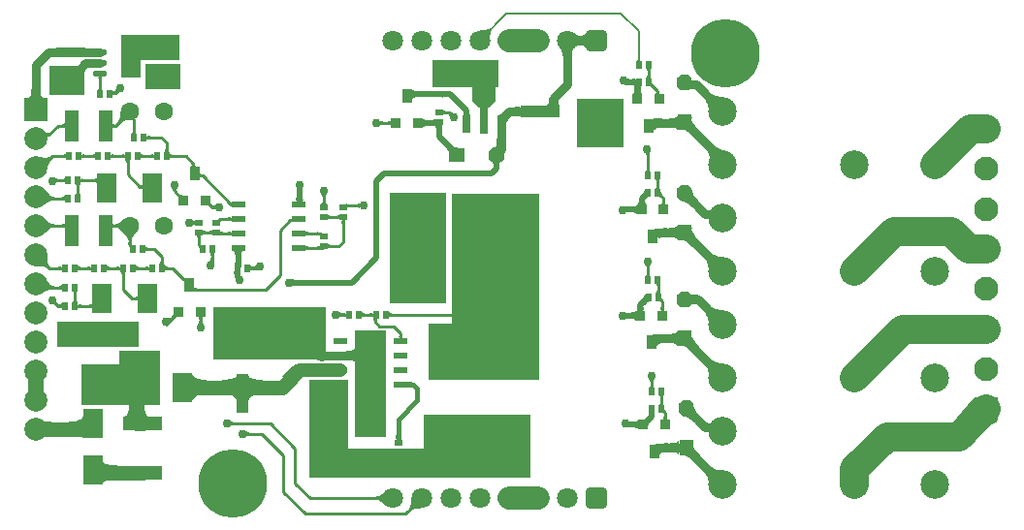
<source format=gtl>
G04*
G04 #@! TF.GenerationSoftware,Altium Limited,Altium Designer,20.0.2 (26)*
G04*
G04 Layer_Physical_Order=1*
G04 Layer_Color=255*
%FSLAX25Y25*%
%MOIN*%
G70*
G01*
G75*
%ADD12C,0.01000*%
%ADD21C,0.01500*%
%ADD26R,0.06693X0.09843*%
%ADD27R,0.06693X0.09843*%
%ADD28R,0.03638X0.05000*%
%ADD29R,0.03598X0.03598*%
%ADD30R,0.02362X0.02559*%
%ADD31R,0.04567X0.10709*%
%ADD32R,0.02559X0.02362*%
G04:AMPARAMS|DCode=33|XSize=21.65mil|YSize=49.21mil|CornerRadius=1.95mil|HoleSize=0mil|Usage=FLASHONLY|Rotation=270.000|XOffset=0mil|YOffset=0mil|HoleType=Round|Shape=RoundedRectangle|*
%AMROUNDEDRECTD33*
21,1,0.02165,0.04532,0,0,270.0*
21,1,0.01776,0.04921,0,0,270.0*
1,1,0.00390,-0.02266,-0.00888*
1,1,0.00390,-0.02266,0.00888*
1,1,0.00390,0.02266,0.00888*
1,1,0.00390,0.02266,-0.00888*
%
%ADD33ROUNDEDRECTD33*%
G04:AMPARAMS|DCode=34|XSize=47.64mil|YSize=23.23mil|CornerRadius=5.81mil|HoleSize=0mil|Usage=FLASHONLY|Rotation=0.000|XOffset=0mil|YOffset=0mil|HoleType=Round|Shape=RoundedRectangle|*
%AMROUNDEDRECTD34*
21,1,0.04764,0.01161,0,0,0.0*
21,1,0.03602,0.02323,0,0,0.0*
1,1,0.01161,0.01801,-0.00581*
1,1,0.01161,-0.01801,-0.00581*
1,1,0.01161,-0.01801,0.00581*
1,1,0.01161,0.01801,0.00581*
%
%ADD34ROUNDEDRECTD34*%
%ADD35R,0.09843X0.06299*%
%ADD36R,0.13465X0.04724*%
%ADD37R,0.03937X0.13780*%
G04:AMPARAMS|DCode=38|XSize=105.91mil|YSize=125.98mil|CornerRadius=2.12mil|HoleSize=0mil|Usage=FLASHONLY|Rotation=180.000|XOffset=0mil|YOffset=0mil|HoleType=Round|Shape=RoundedRectangle|*
%AMROUNDEDRECTD38*
21,1,0.10591,0.12175,0,0,180.0*
21,1,0.10167,0.12598,0,0,180.0*
1,1,0.00424,-0.05084,0.06087*
1,1,0.00424,0.05084,0.06087*
1,1,0.00424,0.05084,-0.06087*
1,1,0.00424,-0.05084,-0.06087*
%
%ADD38ROUNDEDRECTD38*%
%ADD39R,0.21260X0.16142*%
%ADD40R,0.14961X0.05512*%
%ADD41R,0.03661X0.03858*%
G04:AMPARAMS|DCode=42|XSize=55mil|YSize=50mil|CornerRadius=0mil|HoleSize=0mil|Usage=FLASHONLY|Rotation=0.000|XOffset=0mil|YOffset=0mil|HoleType=Round|Shape=Octagon|*
%AMOCTAGOND42*
4,1,8,0.02750,-0.01250,0.02750,0.01250,0.01500,0.02500,-0.01500,0.02500,-0.02750,0.01250,-0.02750,-0.01250,-0.01500,-0.02500,0.01500,-0.02500,0.02750,-0.01250,0.0*
%
%ADD42OCTAGOND42*%

%ADD43R,0.05500X0.05000*%
G04:AMPARAMS|DCode=44|XSize=78.74mil|YSize=133.86mil|CornerRadius=0mil|HoleSize=0mil|Usage=FLASHONLY|Rotation=180.000|XOffset=0mil|YOffset=0mil|HoleType=Round|Shape=Octagon|*
%AMOCTAGOND44*
4,1,8,0.01968,-0.06693,-0.01968,-0.06693,-0.03937,-0.04724,-0.03937,0.04724,-0.01968,0.06693,0.01968,0.06693,0.03937,0.04724,0.03937,-0.04724,0.01968,-0.06693,0.0*
%
%ADD44OCTAGOND44*%

%ADD45R,0.02756X0.06299*%
%ADD46R,0.02756X0.09449*%
%ADD47R,0.13780X0.03937*%
G04:AMPARAMS|DCode=48|XSize=55mil|YSize=50mil|CornerRadius=0mil|HoleSize=0mil|Usage=FLASHONLY|Rotation=90.000|XOffset=0mil|YOffset=0mil|HoleType=Round|Shape=Octagon|*
%AMOCTAGOND48*
4,1,8,0.01250,0.02750,-0.01250,0.02750,-0.02500,0.01500,-0.02500,-0.01500,-0.01250,-0.02750,0.01250,-0.02750,0.02500,-0.01500,0.02500,0.01500,0.01250,0.02750,0.0*
%
%ADD48OCTAGOND48*%

%ADD49R,0.05000X0.05500*%
%ADD50R,0.03858X0.03661*%
%ADD51R,0.06299X0.09843*%
%ADD87C,0.08000*%
%ADD88C,0.03000*%
%ADD89C,0.09900*%
%ADD90C,0.00700*%
%ADD91C,0.02000*%
%ADD92C,0.04500*%
%ADD93C,0.05000*%
%ADD94R,0.28500X0.08500*%
%ADD95R,0.23500X0.14000*%
%ADD96R,0.16000X0.17000*%
%ADD97R,0.22500X0.09500*%
%ADD98R,0.14000X0.18500*%
%ADD99R,0.12000X0.09000*%
%ADD100R,0.20500X0.08500*%
%ADD101R,0.07000X0.13000*%
%ADD102R,0.12000X0.10000*%
%ADD103R,0.19500X0.38000*%
%ADD104R,0.30000X0.32000*%
%ADD105R,0.31500X0.19500*%
%ADD106R,0.30000X0.41500*%
%ADD107R,0.37000X0.21500*%
%ADD108R,0.76000X0.10000*%
%ADD109R,0.13500X0.30000*%
%ADD110R,0.11000X0.36500*%
%ADD111R,0.38500X0.18000*%
%ADD112C,0.07874*%
%ADD113R,0.07874X0.07874*%
%ADD114C,0.07087*%
G04:AMPARAMS|DCode=115|XSize=70.87mil|YSize=70.87mil|CornerRadius=8.86mil|HoleSize=0mil|Usage=FLASHONLY|Rotation=180.000|XOffset=0mil|YOffset=0mil|HoleType=Round|Shape=RoundedRectangle|*
%AMROUNDEDRECTD115*
21,1,0.07087,0.05315,0,0,180.0*
21,1,0.05315,0.07087,0,0,180.0*
1,1,0.01772,-0.02657,0.02657*
1,1,0.01772,0.02657,0.02657*
1,1,0.01772,0.02657,-0.02657*
1,1,0.01772,-0.02657,-0.02657*
%
%ADD115ROUNDEDRECTD115*%
%ADD116C,0.06299*%
%ADD117C,0.23622*%
%ADD118C,0.09843*%
%ADD119C,0.08268*%
%ADD120R,0.08268X0.08268*%
%ADD121C,0.01968*%
%ADD122C,0.03000*%
G36*
X224530Y-22678D02*
X224500Y-22395D01*
X224407Y-22141D01*
X224253Y-21917D01*
X224038Y-21723D01*
X223761Y-21558D01*
X223422Y-21424D01*
X223022Y-21319D01*
X222560Y-21245D01*
X222520Y-21241D01*
X222309Y-21273D01*
X222002Y-21342D01*
X221712Y-21430D01*
X221441Y-21538D01*
X221186Y-21665D01*
X220950Y-21812D01*
X220731Y-21979D01*
X220530Y-22165D01*
Y-17205D01*
X220731Y-17391D01*
X220950Y-17558D01*
X221186Y-17705D01*
X221441Y-17832D01*
X221712Y-17940D01*
X222002Y-18028D01*
X222309Y-18097D01*
X222520Y-18129D01*
X222560Y-18125D01*
X223022Y-18051D01*
X223422Y-17946D01*
X223761Y-17812D01*
X224038Y-17647D01*
X224253Y-17453D01*
X224407Y-17229D01*
X224500Y-16975D01*
X224530Y-16692D01*
Y-22678D01*
D02*
G37*
G36*
X192244Y-15936D02*
X192105Y-16105D01*
X191982Y-16318D01*
X191874Y-16577D01*
X191781Y-16881D01*
X191703Y-17230D01*
X191641Y-17624D01*
X191562Y-18546D01*
X191545Y-19076D01*
X191543Y-19650D01*
X188035Y-16142D01*
X188610Y-16140D01*
X190061Y-16044D01*
X190455Y-15982D01*
X190804Y-15904D01*
X191108Y-15811D01*
X191367Y-15703D01*
X191580Y-15580D01*
X191749Y-15441D01*
X192244Y-15936D01*
D02*
G37*
G36*
X220294Y-22416D02*
X220127Y-22635D01*
X219980Y-22872D01*
X219853Y-23126D01*
X219745Y-23397D01*
X219657Y-23687D01*
X219588Y-23994D01*
X219539Y-24319D01*
X219510Y-24661D01*
X219500Y-25021D01*
X216500D01*
X216490Y-24661D01*
X216461Y-24319D01*
X216412Y-23994D01*
X216343Y-23687D01*
X216255Y-23397D01*
X216147Y-23126D01*
X216020Y-22872D01*
X215873Y-22635D01*
X215706Y-22416D01*
X215520Y-22216D01*
X220480D01*
X220294Y-22416D01*
D02*
G37*
G36*
X49447Y-22171D02*
X49537Y-22189D01*
X49687Y-22206D01*
X50167Y-22232D01*
X52417Y-22260D01*
Y-25260D01*
X51847Y-25265D01*
X50167Y-25392D01*
X49897Y-25450D01*
X49687Y-25518D01*
X49537Y-25597D01*
X49447Y-25687D01*
X49417Y-25787D01*
Y-22150D01*
X49447Y-22171D01*
D02*
G37*
G36*
X45583Y-25787D02*
X45553Y-25687D01*
X45463Y-25597D01*
X45313Y-25518D01*
X45103Y-25450D01*
X44833Y-25392D01*
X44503Y-25344D01*
X43663Y-25281D01*
X42583Y-25260D01*
Y-22260D01*
X45583Y-22150D01*
Y-25787D01*
D02*
G37*
G36*
X243007Y-26168D02*
X243018Y-26289D01*
X243035Y-26396D01*
X243059Y-26488D01*
X243091Y-26566D01*
X243129Y-26630D01*
X243175Y-26680D01*
X243228Y-26716D01*
X243287Y-26737D01*
X243354Y-26744D01*
X241953D01*
X242020Y-26737D01*
X242079Y-26716D01*
X242132Y-26680D01*
X242178Y-26630D01*
X242216Y-26566D01*
X242248Y-26488D01*
X242272Y-26396D01*
X242289Y-26289D01*
X242300Y-26168D01*
X242303Y-26033D01*
X243004D01*
X243007Y-26168D01*
D02*
G37*
G36*
X246905Y-29278D02*
X246820Y-29307D01*
X246745Y-29357D01*
X246680Y-29427D01*
X246625Y-29517D01*
X246580Y-29627D01*
X246545Y-29757D01*
X246520Y-29908D01*
X246505Y-30077D01*
X246500Y-30268D01*
X245500D01*
X245495Y-30077D01*
X245480Y-29908D01*
X245455Y-29757D01*
X245420Y-29627D01*
X245375Y-29517D01*
X245320Y-29427D01*
X245255Y-29357D01*
X245180Y-29307D01*
X245095Y-29278D01*
X245000Y-29267D01*
X247000D01*
X246905Y-29278D01*
D02*
G37*
G36*
X246505Y-31925D02*
X246520Y-32097D01*
X246545Y-32249D01*
X246580Y-32380D01*
X246625Y-32491D01*
X246680Y-32583D01*
X246745Y-32653D01*
X246820Y-32704D01*
X246905Y-32734D01*
X247000Y-32745D01*
X245000D01*
X245095Y-32734D01*
X245180Y-32704D01*
X245255Y-32653D01*
X245320Y-32583D01*
X245375Y-32491D01*
X245420Y-32380D01*
X245455Y-32249D01*
X245480Y-32097D01*
X245495Y-31925D01*
X245500Y-31732D01*
X246500D01*
X246505Y-31925D01*
D02*
G37*
G36*
X241484Y-35267D02*
X241464Y-35217D01*
X241404Y-35171D01*
X241304Y-35131D01*
X241164Y-35096D01*
X240984Y-35067D01*
X240764Y-35043D01*
X239864Y-35003D01*
X239484Y-35000D01*
Y-34969D01*
X238160Y-34847D01*
X238860Y-32867D01*
X238881Y-32892D01*
X238918Y-32915D01*
X238972Y-32935D01*
X239042Y-32952D01*
X239129Y-32967D01*
X239353Y-32988D01*
X239644Y-32999D01*
X239658Y-32999D01*
X239864Y-32997D01*
X241164Y-32904D01*
X241304Y-32869D01*
X241404Y-32829D01*
X241464Y-32783D01*
X241484Y-32732D01*
Y-35267D01*
D02*
G37*
G36*
X58464Y-32399D02*
X58379Y-32429D01*
X58304Y-32480D01*
X58239Y-32551D01*
X58184Y-32642D01*
X58139Y-32753D01*
X58104Y-32885D01*
X58079Y-33036D01*
X58064Y-33208D01*
X58059Y-33401D01*
X57059D01*
X57054Y-33208D01*
X57039Y-33036D01*
X57014Y-32885D01*
X56979Y-32753D01*
X56934Y-32642D01*
X56879Y-32551D01*
X56814Y-32480D01*
X56739Y-32429D01*
X56654Y-32399D01*
X56559Y-32389D01*
X58559D01*
X58464Y-32399D01*
D02*
G37*
G36*
X247106Y-33836D02*
X247082Y-33931D01*
X247086Y-34038D01*
X247117Y-34160D01*
X247175Y-34294D01*
X247261Y-34442D01*
X247374Y-34604D01*
X247514Y-34779D01*
X247876Y-35169D01*
X247268Y-35975D01*
X247057Y-35771D01*
X246682Y-35452D01*
X246517Y-35336D01*
X246368Y-35249D01*
X246235Y-35192D01*
X246116Y-35164D01*
X246013Y-35165D01*
X245926Y-35196D01*
X245853Y-35256D01*
X247157Y-33755D01*
X247106Y-33836D01*
D02*
G37*
G36*
X58063Y-35923D02*
X58077Y-36092D01*
X58098Y-36242D01*
X58129Y-36373D01*
X58168Y-36483D01*
X58216Y-36573D01*
X58273Y-36643D01*
X58339Y-36693D01*
X58413Y-36722D01*
X58496Y-36733D01*
X56559D01*
X56654Y-36722D01*
X56739Y-36693D01*
X56814Y-36643D01*
X56879Y-36573D01*
X56934Y-36483D01*
X56979Y-36373D01*
X57014Y-36242D01*
X57039Y-36092D01*
X57054Y-35923D01*
X57059Y-35732D01*
X58059D01*
X58063Y-35923D01*
D02*
G37*
G36*
X64485Y-37500D02*
X64334Y-37503D01*
X64188Y-37517D01*
X64047Y-37541D01*
X63912Y-37575D01*
X63783Y-37619D01*
X63659Y-37673D01*
X63540Y-37737D01*
X63427Y-37811D01*
X63319Y-37896D01*
X63217Y-37990D01*
X62769Y-37541D01*
Y-38232D01*
X62590Y-38236D01*
X62431Y-38249D01*
X62290Y-38270D01*
X62168Y-38300D01*
X62065Y-38338D01*
X61980Y-38385D01*
X61915Y-38440D01*
X61868Y-38504D01*
X61840Y-38577D01*
X61830Y-38658D01*
Y-36805D01*
X61840Y-36886D01*
X61868Y-36959D01*
X61915Y-37023D01*
X61980Y-37078D01*
X62065Y-37125D01*
X62168Y-37163D01*
X62290Y-37193D01*
X62431Y-37214D01*
X62563Y-37225D01*
X62604Y-37181D01*
X62689Y-37073D01*
X62763Y-36960D01*
X62827Y-36841D01*
X62881Y-36717D01*
X62925Y-36588D01*
X62959Y-36453D01*
X62983Y-36312D01*
X62997Y-36166D01*
X63000Y-36015D01*
X64485Y-37500D01*
D02*
G37*
G36*
X249665Y-37337D02*
X249678Y-37494D01*
X249699Y-37633D01*
X249729Y-37753D01*
X249767Y-37855D01*
X249814Y-37939D01*
X249869Y-38003D01*
X249933Y-38050D01*
X250006Y-38078D01*
X250087Y-38087D01*
X248234D01*
X248315Y-38078D01*
X248388Y-38050D01*
X248452Y-38003D01*
X248507Y-37939D01*
X248554Y-37855D01*
X248592Y-37753D01*
X248622Y-37633D01*
X248643Y-37494D01*
X248656Y-37337D01*
X248661Y-37161D01*
X249661D01*
X249665Y-37337D01*
D02*
G37*
G36*
X243716Y-35287D02*
X243620Y-35348D01*
X243536Y-35447D01*
X243462Y-35587D01*
X243401Y-35767D01*
X243350Y-35987D01*
X243310Y-36248D01*
X243282Y-36547D01*
X243281Y-36599D01*
X243331Y-37107D01*
X243386Y-37367D01*
X243457Y-37587D01*
X243543Y-37767D01*
X243646Y-37907D01*
X243764Y-38007D01*
X243897Y-38067D01*
X244047Y-38087D01*
X240473D01*
X240622Y-38067D01*
X240756Y-38007D01*
X240874Y-37907D01*
X240976Y-37767D01*
X241063Y-37587D01*
X241134Y-37367D01*
X241189Y-37107D01*
X241228Y-36807D01*
X241252Y-36467D01*
X241260Y-36087D01*
X241311D01*
X241341Y-35587D01*
X241370Y-35447D01*
X241404Y-35348D01*
X241442Y-35287D01*
X241484Y-35267D01*
X243823D01*
X243716Y-35287D01*
D02*
G37*
G36*
X175287Y-37036D02*
X175347Y-37065D01*
X175447Y-37090D01*
X175587Y-37112D01*
X175768Y-37131D01*
X176548Y-37167D01*
X177268Y-37173D01*
Y-39173D01*
X176888Y-39175D01*
X175347Y-39281D01*
X175287Y-39310D01*
X175268Y-39342D01*
Y-37004D01*
X175287Y-37036D01*
D02*
G37*
G36*
X172732Y-39342D02*
X172713Y-39310D01*
X172652Y-39281D01*
X172553Y-39256D01*
X172413Y-39234D01*
X172232Y-39215D01*
X171452Y-39180D01*
X170732Y-39173D01*
Y-37173D01*
X171113Y-37172D01*
X172652Y-37065D01*
X172713Y-37036D01*
X172732Y-37004D01*
Y-39342D01*
D02*
G37*
G36*
X36948Y-37073D02*
X36993Y-37584D01*
X37068Y-38036D01*
X37173Y-38428D01*
X37308Y-38759D01*
X37473Y-39030D01*
X37668Y-39241D01*
X37893Y-39392D01*
X38148Y-39482D01*
X38433Y-39512D01*
X32433D01*
X32718Y-39482D01*
X32973Y-39392D01*
X33198Y-39241D01*
X33393Y-39030D01*
X33558Y-38759D01*
X33693Y-38428D01*
X33798Y-38036D01*
X33873Y-37584D01*
X33918Y-37073D01*
X33933Y-36500D01*
X36933D01*
X36948Y-37073D01*
D02*
G37*
G36*
X164827Y-36536D02*
X164887Y-36669D01*
X164987Y-36788D01*
X165127Y-36890D01*
X165307Y-36976D01*
X165527Y-37047D01*
X165787Y-37102D01*
X166087Y-37142D01*
X166427Y-37165D01*
X166807Y-37173D01*
Y-39173D01*
X166425Y-39183D01*
X166084Y-39213D01*
X165782Y-39263D01*
X165521Y-39333D01*
X165299Y-39423D01*
X165118Y-39533D01*
X164977Y-39663D01*
X164876Y-39813D01*
X164816Y-39983D01*
X164795Y-40173D01*
X164807Y-36386D01*
X164827Y-36536D01*
D02*
G37*
G36*
X214842Y-39893D02*
X214903Y-40743D01*
X214957Y-41088D01*
X215026Y-41380D01*
X215110Y-41619D01*
X215210Y-41805D01*
X215325Y-41937D01*
X215455Y-42017D01*
X215601Y-42044D01*
X210679Y-42055D01*
X210899Y-42028D01*
X211095Y-41948D01*
X211268Y-41814D01*
X211418Y-41627D01*
X211545Y-41387D01*
X211649Y-41094D01*
X211730Y-40748D01*
X211788Y-40348D01*
X211822Y-39895D01*
X211834Y-39389D01*
X214834D01*
X214842Y-39893D01*
D02*
G37*
G36*
X267567Y-37829D02*
X267915Y-38095D01*
X268287Y-38329D01*
X268681Y-38531D01*
X269099Y-38701D01*
X269540Y-38840D01*
X270004Y-38946D01*
X270491Y-39020D01*
X271001Y-39063D01*
X271534Y-39073D01*
X266662Y-43945D01*
X266652Y-43412D01*
X266609Y-42902D01*
X266535Y-42415D01*
X266428Y-41951D01*
X266290Y-41510D01*
X266120Y-41093D01*
X265918Y-40698D01*
X265684Y-40326D01*
X265418Y-39978D01*
X265120Y-39653D01*
X267242Y-37531D01*
X267567Y-37829D01*
D02*
G37*
G36*
X175277Y-43422D02*
X175308Y-43507D01*
X175357Y-43582D01*
X175427Y-43647D01*
X175517Y-43702D01*
X175628Y-43747D01*
X175758Y-43782D01*
X175908Y-43807D01*
X176077Y-43822D01*
X176268Y-43827D01*
Y-44827D01*
X176077Y-44832D01*
X175908Y-44847D01*
X175758Y-44872D01*
X175628Y-44907D01*
X175517Y-44952D01*
X175427Y-45007D01*
X175357Y-45072D01*
X175308Y-45147D01*
X175277Y-45232D01*
X175268Y-45327D01*
Y-43327D01*
X175277Y-43422D01*
D02*
G37*
G36*
X184461Y-44240D02*
X184500Y-44718D01*
X184535Y-44912D01*
X184579Y-45076D01*
X184634Y-45211D01*
X184698Y-45315D01*
X184772Y-45390D01*
X184856Y-45435D01*
X184950Y-45450D01*
X182229D01*
X182272Y-45435D01*
X182310Y-45390D01*
X182344Y-45315D01*
X182374Y-45211D01*
X182399Y-45076D01*
X182420Y-44912D01*
X182447Y-44494D01*
X182456Y-43956D01*
X184456D01*
X184461Y-44240D01*
D02*
G37*
G36*
X201845Y-45957D02*
X201815Y-45917D01*
X201725Y-45881D01*
X201575Y-45849D01*
X201365Y-45822D01*
X200765Y-45780D01*
X198845Y-45746D01*
Y-45742D01*
X198425Y-46170D01*
X197118Y-47659D01*
X196933Y-47928D01*
X196805Y-48155D01*
X196733Y-48341D01*
X196718Y-48486D01*
X196759Y-48589D01*
X194120Y-45462D01*
X194212Y-45515D01*
X194348Y-45509D01*
X194527Y-45443D01*
X194751Y-45319D01*
X195018Y-45135D01*
X195330Y-44892D01*
X196085Y-44229D01*
X197016Y-43328D01*
X198845Y-45634D01*
Y-42746D01*
X199415Y-42739D01*
X200765Y-42634D01*
X201095Y-42570D01*
X201365Y-42493D01*
X201575Y-42402D01*
X201725Y-42296D01*
X201815Y-42177D01*
X201845Y-42044D01*
Y-45957D01*
D02*
G37*
G36*
X177823Y-44109D02*
X177933Y-44197D01*
X178046Y-44274D01*
X178163Y-44340D01*
X178282Y-44395D01*
X178405Y-44438D01*
X178532Y-44471D01*
X178662Y-44492D01*
X178795Y-44502D01*
X178931Y-44502D01*
X177502Y-45931D01*
X177502Y-45794D01*
X177492Y-45662D01*
X177471Y-45532D01*
X177438Y-45405D01*
X177395Y-45282D01*
X177340Y-45163D01*
X177274Y-45046D01*
X177197Y-44933D01*
X177109Y-44824D01*
X177010Y-44717D01*
X177717Y-44010D01*
X177823Y-44109D01*
D02*
G37*
G36*
X67658Y-47150D02*
X67196Y-47153D01*
X66372Y-47206D01*
X66008Y-47256D01*
X65676Y-47322D01*
X65378Y-47404D01*
X65111Y-47502D01*
X64878Y-47615D01*
X64676Y-47744D01*
X64507Y-47889D01*
X63800Y-47182D01*
X63945Y-47013D01*
X64074Y-46811D01*
X64187Y-46578D01*
X64285Y-46311D01*
X64367Y-46012D01*
X64433Y-45681D01*
X64483Y-45318D01*
X64536Y-44493D01*
X64539Y-44032D01*
X67658Y-47150D01*
D02*
G37*
G36*
X172732Y-48842D02*
X172713Y-48896D01*
X172652Y-48944D01*
X172553Y-48987D01*
X172413Y-49024D01*
X172232Y-49055D01*
X172012Y-49081D01*
X171452Y-49115D01*
X170732Y-49126D01*
Y-47126D01*
X171113Y-47120D01*
X171753Y-47070D01*
X172012Y-47027D01*
X172232Y-46970D01*
X172413Y-46902D01*
X172553Y-46821D01*
X172652Y-46728D01*
X172713Y-46622D01*
X172732Y-46504D01*
Y-48842D01*
D02*
G37*
G36*
X157485Y-49126D02*
X157475Y-49031D01*
X157444Y-48946D01*
X157394Y-48871D01*
X157323Y-48806D01*
X157232Y-48751D01*
X157120Y-48706D01*
X156989Y-48671D01*
X156837Y-48646D01*
X156665Y-48631D01*
X156473Y-48626D01*
Y-47626D01*
X156665Y-47621D01*
X156837Y-47606D01*
X156989Y-47581D01*
X157120Y-47546D01*
X157232Y-47501D01*
X157323Y-47446D01*
X157394Y-47381D01*
X157444Y-47306D01*
X157475Y-47221D01*
X157485Y-47126D01*
Y-49126D01*
D02*
G37*
G36*
X153754Y-47154D02*
X153858Y-47253D01*
X153966Y-47341D01*
X154078Y-47416D01*
X154196Y-47480D01*
X154318Y-47533D01*
X154445Y-47574D01*
X154576Y-47603D01*
X154712Y-47620D01*
X154853Y-47626D01*
X154763Y-48626D01*
X154626Y-48631D01*
X154490Y-48646D01*
X154357Y-48672D01*
X154226Y-48708D01*
X154096Y-48754D01*
X153969Y-48810D01*
X153843Y-48876D01*
X153720Y-48953D01*
X153599Y-49039D01*
X153479Y-49136D01*
X153656Y-47044D01*
X153754Y-47154D01*
D02*
G37*
G36*
X168547Y-46488D02*
X168607Y-46622D01*
X168707Y-46740D01*
X168847Y-46843D01*
X169027Y-46929D01*
X169247Y-47000D01*
X169507Y-47055D01*
X169807Y-47095D01*
X170147Y-47118D01*
X170527Y-47126D01*
Y-49126D01*
X170147Y-49134D01*
X169507Y-49197D01*
X169247Y-49252D01*
X169027Y-49323D01*
X168847Y-49409D01*
X168707Y-49512D01*
X168607Y-49630D01*
X168547Y-49764D01*
X168527Y-49913D01*
Y-46339D01*
X168547Y-46488D01*
D02*
G37*
G36*
X61577Y-48095D02*
X61607Y-48180D01*
X61658Y-48255D01*
X61729Y-48320D01*
X61820Y-48375D01*
X61931Y-48420D01*
X62062Y-48455D01*
X62214Y-48480D01*
X62386Y-48495D01*
X62578Y-48500D01*
Y-49500D01*
X62386Y-49505D01*
X62214Y-49520D01*
X62062Y-49545D01*
X61931Y-49580D01*
X61820Y-49625D01*
X61729Y-49680D01*
X61658Y-49745D01*
X61607Y-49820D01*
X61577Y-49905D01*
X61567Y-50000D01*
Y-48000D01*
X61577Y-48095D01*
D02*
G37*
G36*
X45433Y-50000D02*
X45423Y-49905D01*
X45393Y-49820D01*
X45342Y-49745D01*
X45272Y-49680D01*
X45180Y-49625D01*
X45069Y-49580D01*
X44938Y-49545D01*
X44786Y-49520D01*
X44614Y-49505D01*
X44421Y-49500D01*
Y-48500D01*
X44614Y-48495D01*
X44786Y-48480D01*
X44938Y-48455D01*
X45069Y-48420D01*
X45180Y-48375D01*
X45272Y-48320D01*
X45342Y-48255D01*
X45393Y-48180D01*
X45423Y-48095D01*
X45433Y-48000D01*
Y-50000D01*
D02*
G37*
G36*
X256012Y-50488D02*
X255982Y-50324D01*
X255892Y-50178D01*
X255742Y-50048D01*
X255532Y-49936D01*
X255262Y-49841D01*
X254932Y-49764D01*
X254542Y-49704D01*
X254092Y-49661D01*
X253012Y-49626D01*
Y-46626D01*
X253584Y-46611D01*
X254095Y-46566D01*
X254547Y-46491D01*
X254938Y-46386D01*
X255269Y-46251D01*
X255540Y-46086D01*
X255751Y-45891D01*
X255902Y-45666D01*
X255993Y-45411D01*
X256024Y-45126D01*
X256012Y-50488D01*
D02*
G37*
G36*
X175217Y-48862D02*
X175171Y-48922D01*
X175131Y-49022D01*
X175096Y-49162D01*
X175067Y-49342D01*
X175043Y-49562D01*
X175003Y-50462D01*
X175000Y-50842D01*
X173000D01*
X172997Y-50462D01*
X172904Y-49162D01*
X172869Y-49022D01*
X172829Y-48922D01*
X172783Y-48862D01*
X172732Y-48842D01*
X175268D01*
X175217Y-48862D01*
D02*
G37*
G36*
X250807Y-49626D02*
X250235Y-49641D01*
X249724Y-49686D01*
X249272Y-49761D01*
X248881Y-49866D01*
X248550Y-50001D01*
X248279Y-50166D01*
X248068Y-50361D01*
X247917Y-50586D01*
X247826Y-50841D01*
X247795Y-51126D01*
X247807Y-46638D01*
X250807Y-46626D01*
Y-49626D01*
D02*
G37*
G36*
X69658Y-50923D02*
X69674Y-51092D01*
X69699Y-51243D01*
X69734Y-51372D01*
X69779Y-51482D01*
X69833Y-51573D01*
X69898Y-51643D01*
X69973Y-51692D01*
X70059Y-51723D01*
X70153Y-51732D01*
X68154D01*
X68248Y-51723D01*
X68334Y-51692D01*
X68409Y-51643D01*
X68474Y-51573D01*
X68528Y-51482D01*
X68573Y-51372D01*
X68608Y-51243D01*
X68634Y-51092D01*
X68648Y-50923D01*
X68654Y-50732D01*
X69653D01*
X69658Y-50923D01*
D02*
G37*
G36*
X260829Y-46240D02*
X260753Y-46525D01*
X260760Y-46849D01*
X260848Y-47213D01*
X261019Y-47618D01*
X261273Y-48062D01*
X261608Y-48546D01*
X262026Y-49070D01*
X262527Y-49634D01*
X263109Y-50238D01*
X261238Y-52609D01*
X260612Y-52004D01*
X259493Y-51056D01*
X259002Y-50713D01*
X258555Y-50457D01*
X258153Y-50288D01*
X257796Y-50207D01*
X257485Y-50213D01*
X257218Y-50307D01*
X256995Y-50488D01*
X260988Y-45995D01*
X260829Y-46240D01*
D02*
G37*
G36*
X38855Y-51461D02*
X38905Y-51501D01*
X38970Y-51536D01*
X39051Y-51567D01*
X39146Y-51593D01*
X39257Y-51614D01*
X39382Y-51630D01*
X39678Y-51649D01*
X39849Y-51652D01*
Y-52652D01*
X39745Y-52654D01*
X39654Y-52663D01*
X39574Y-52678D01*
X39506Y-52698D01*
X39449Y-52724D01*
X39404Y-52755D01*
X39371Y-52793D01*
X39349Y-52836D01*
X39339Y-52885D01*
X39340Y-52940D01*
X38819Y-51417D01*
X38855Y-51461D01*
D02*
G37*
G36*
X73667Y-52095D02*
X73698Y-52180D01*
X73748Y-52255D01*
X73819Y-52320D01*
X73910Y-52375D01*
X74021Y-52420D01*
X74153Y-52455D01*
X74305Y-52480D01*
X74477Y-52495D01*
X74669Y-52500D01*
Y-53500D01*
X74477Y-53505D01*
X74305Y-53520D01*
X74153Y-53545D01*
X74021Y-53580D01*
X73910Y-53625D01*
X73819Y-53680D01*
X73748Y-53745D01*
X73698Y-53820D01*
X73667Y-53905D01*
X73657Y-54000D01*
Y-52000D01*
X73667Y-52095D01*
D02*
G37*
G36*
X196906Y-53673D02*
X196901Y-54524D01*
X196701Y-57564D01*
X196638Y-57726D01*
X196567Y-57790D01*
X196488Y-57756D01*
X192405Y-56524D01*
X192691Y-56575D01*
X192946Y-56548D01*
X193170Y-56443D01*
X193366Y-56259D01*
X193530Y-55997D01*
X193666Y-55657D01*
X193771Y-55238D01*
X193845Y-54741D01*
X193891Y-54166D01*
X193905Y-53512D01*
X196906Y-53673D01*
D02*
G37*
G36*
X80851Y-57423D02*
X80866Y-57592D01*
X80891Y-57743D01*
X80926Y-57872D01*
X80971Y-57982D01*
X81026Y-58073D01*
X81091Y-58143D01*
X81166Y-58192D01*
X81251Y-58223D01*
X81346Y-58232D01*
X79346D01*
X79441Y-58223D01*
X79526Y-58192D01*
X79601Y-58143D01*
X79666Y-58073D01*
X79721Y-57982D01*
X79766Y-57872D01*
X79801Y-57743D01*
X79826Y-57592D01*
X79841Y-57423D01*
X79846Y-57232D01*
X80846D01*
X80851Y-57423D01*
D02*
G37*
G36*
X178162Y-55484D02*
X178884Y-56094D01*
X179206Y-56317D01*
X179502Y-56487D01*
X179771Y-56603D01*
X180015Y-56664D01*
X180233Y-56671D01*
X180425Y-56625D01*
X180590Y-56524D01*
X177524Y-59090D01*
X177647Y-58947D01*
X177711Y-58773D01*
X177716Y-58568D01*
X177662Y-58331D01*
X177549Y-58064D01*
X177377Y-57766D01*
X177146Y-57436D01*
X176856Y-57076D01*
X176098Y-56262D01*
X177762Y-55098D01*
X178162Y-55484D01*
D02*
G37*
G36*
X246676Y-57950D02*
X246538Y-58216D01*
X246482Y-58349D01*
X246435Y-58483D01*
X246396Y-58616D01*
X246366Y-58750D01*
X246344Y-58884D01*
X246331Y-59018D01*
X246327Y-59152D01*
X245327Y-59390D01*
X245321Y-59247D01*
X245302Y-59111D01*
X245271Y-58982D01*
X245228Y-58860D01*
X245172Y-58745D01*
X245104Y-58637D01*
X245024Y-58536D01*
X244931Y-58442D01*
X244826Y-58355D01*
X244709Y-58274D01*
X246758Y-57817D01*
X246676Y-57950D01*
D02*
G37*
G36*
X40802Y-60405D02*
X40693Y-60540D01*
X40573Y-60736D01*
X40442Y-60995D01*
X40145Y-61699D01*
X39804Y-62652D01*
X39206Y-64548D01*
X36632Y-59675D01*
X37144Y-59825D01*
X37624Y-59937D01*
X38073Y-60012D01*
X38489Y-60049D01*
X38873Y-60048D01*
X39226Y-60009D01*
X39546Y-59933D01*
X39834Y-59819D01*
X40091Y-59667D01*
X40315Y-59478D01*
X40802Y-60405D01*
D02*
G37*
G36*
X81514Y-58595D02*
X81544Y-58680D01*
X81595Y-58755D01*
X81665Y-58820D01*
X81757Y-58875D01*
X81868Y-58920D01*
X81999Y-58955D01*
X82151Y-58980D01*
X82323Y-58995D01*
X82516Y-59000D01*
Y-60000D01*
X82323Y-60005D01*
X82151Y-60020D01*
X81999Y-60045D01*
X81868Y-60080D01*
X81757Y-60125D01*
X81665Y-60180D01*
X81595Y-60245D01*
X81544Y-60320D01*
X81514Y-60405D01*
X81503Y-60500D01*
Y-58500D01*
X81514Y-58595D01*
D02*
G37*
G36*
X75843Y-60500D02*
X75833Y-60405D01*
X75802Y-60320D01*
X75752Y-60245D01*
X75681Y-60180D01*
X75590Y-60125D01*
X75479Y-60080D01*
X75347Y-60045D01*
X75195Y-60020D01*
X75023Y-60005D01*
X74831Y-60000D01*
Y-59000D01*
X75023Y-58995D01*
X75195Y-58980D01*
X75347Y-58955D01*
X75479Y-58920D01*
X75590Y-58875D01*
X75681Y-58820D01*
X75752Y-58755D01*
X75802Y-58680D01*
X75833Y-58595D01*
X75843Y-58500D01*
Y-60500D01*
D02*
G37*
G36*
X71456Y-58595D02*
X71486Y-58680D01*
X71537Y-58755D01*
X71608Y-58820D01*
X71699Y-58875D01*
X71810Y-58920D01*
X71942Y-58955D01*
X72093Y-58980D01*
X72265Y-58995D01*
X72458Y-59000D01*
Y-60000D01*
X72265Y-60005D01*
X72093Y-60020D01*
X71942Y-60045D01*
X71810Y-60080D01*
X71699Y-60125D01*
X71608Y-60180D01*
X71537Y-60245D01*
X71486Y-60320D01*
X71456Y-60405D01*
X71446Y-60500D01*
Y-58500D01*
X71456Y-58595D01*
D02*
G37*
G36*
X65785Y-60500D02*
X65775Y-60405D01*
X65745Y-60320D01*
X65694Y-60245D01*
X65623Y-60180D01*
X65532Y-60125D01*
X65421Y-60080D01*
X65289Y-60045D01*
X65137Y-60020D01*
X64965Y-60005D01*
X64773Y-60000D01*
Y-59000D01*
X64965Y-58995D01*
X65137Y-58980D01*
X65289Y-58955D01*
X65421Y-58920D01*
X65532Y-58875D01*
X65623Y-58820D01*
X65694Y-58755D01*
X65745Y-58680D01*
X65775Y-58595D01*
X65785Y-58500D01*
Y-60500D01*
D02*
G37*
G36*
X61398Y-58595D02*
X61428Y-58680D01*
X61479Y-58755D01*
X61550Y-58820D01*
X61641Y-58875D01*
X61752Y-58920D01*
X61884Y-58955D01*
X62036Y-58980D01*
X62208Y-58995D01*
X62400Y-59000D01*
Y-60000D01*
X62208Y-60005D01*
X62036Y-60020D01*
X61884Y-60045D01*
X61752Y-60080D01*
X61641Y-60125D01*
X61550Y-60180D01*
X61479Y-60245D01*
X61428Y-60320D01*
X61398Y-60405D01*
X61388Y-60500D01*
Y-58500D01*
X61398Y-58595D01*
D02*
G37*
G36*
X55727Y-60500D02*
X55717Y-60405D01*
X55687Y-60320D01*
X55636Y-60245D01*
X55566Y-60180D01*
X55474Y-60125D01*
X55363Y-60080D01*
X55231Y-60045D01*
X55080Y-60020D01*
X54908Y-60005D01*
X54715Y-60000D01*
Y-59000D01*
X54908Y-58995D01*
X55080Y-58980D01*
X55231Y-58955D01*
X55363Y-58920D01*
X55474Y-58875D01*
X55566Y-58820D01*
X55636Y-58755D01*
X55687Y-58680D01*
X55717Y-58595D01*
X55727Y-58500D01*
Y-60500D01*
D02*
G37*
G36*
X51340Y-58595D02*
X51371Y-58680D01*
X51421Y-58755D01*
X51492Y-58820D01*
X51583Y-58875D01*
X51695Y-58920D01*
X51826Y-58955D01*
X51978Y-58980D01*
X52150Y-58995D01*
X52342Y-59000D01*
Y-60000D01*
X52150Y-60005D01*
X51978Y-60020D01*
X51826Y-60045D01*
X51695Y-60080D01*
X51583Y-60125D01*
X51492Y-60180D01*
X51421Y-60245D01*
X51371Y-60320D01*
X51340Y-60405D01*
X51330Y-60500D01*
Y-58500D01*
X51340Y-58595D01*
D02*
G37*
G36*
X45670Y-60500D02*
X45660Y-60405D01*
X45629Y-60320D01*
X45579Y-60245D01*
X45508Y-60180D01*
X45417Y-60125D01*
X45305Y-60080D01*
X45174Y-60045D01*
X45022Y-60020D01*
X44850Y-60005D01*
X44658Y-60000D01*
Y-59000D01*
X44850Y-58995D01*
X45022Y-58980D01*
X45174Y-58955D01*
X45305Y-58920D01*
X45417Y-58875D01*
X45508Y-58820D01*
X45579Y-58755D01*
X45629Y-58680D01*
X45660Y-58595D01*
X45670Y-58500D01*
Y-60500D01*
D02*
G37*
G36*
X268773Y-55880D02*
X269103Y-56147D01*
X269461Y-56397D01*
X269845Y-56632D01*
X270256Y-56852D01*
X270694Y-57055D01*
X271650Y-57413D01*
X272168Y-57569D01*
X272713Y-57708D01*
X266817Y-61273D01*
X266920Y-60790D01*
X266978Y-60323D01*
X266990Y-59873D01*
X266956Y-59438D01*
X266877Y-59019D01*
X266752Y-58617D01*
X266581Y-58230D01*
X266365Y-57859D01*
X266102Y-57505D01*
X265795Y-57166D01*
X268469Y-55597D01*
X268773Y-55880D01*
D02*
G37*
G36*
X67847Y-60766D02*
X67762Y-60796D01*
X67687Y-60847D01*
X67622Y-60917D01*
X67567Y-61009D01*
X67522Y-61120D01*
X67487Y-61251D01*
X67462Y-61403D01*
X67447Y-61575D01*
X67442Y-61768D01*
X66442D01*
X66437Y-61575D01*
X66422Y-61403D01*
X66397Y-61251D01*
X66362Y-61120D01*
X66317Y-61009D01*
X66262Y-60917D01*
X66197Y-60847D01*
X66122Y-60796D01*
X66037Y-60766D01*
X65942Y-60755D01*
X67942D01*
X67847Y-60766D01*
D02*
G37*
G36*
X90090Y-62264D02*
X90103Y-62424D01*
X90124Y-62564D01*
X90154Y-62686D01*
X90192Y-62789D01*
X90239Y-62874D01*
X90295Y-62940D01*
X90359Y-62986D01*
X90431Y-63015D01*
X90512Y-63024D01*
X88660D01*
X88741Y-63015D01*
X88813Y-62986D01*
X88877Y-62940D01*
X88932Y-62874D01*
X88979Y-62789D01*
X89018Y-62686D01*
X89047Y-62564D01*
X89069Y-62424D01*
X89082Y-62264D01*
X89086Y-62086D01*
X90086D01*
X90090Y-62264D01*
D02*
G37*
G36*
X194800Y-60102D02*
X194789Y-60202D01*
X194772Y-60579D01*
X194769Y-60974D01*
X195741D01*
X195553Y-60999D01*
X195385Y-61074D01*
X195236Y-61200D01*
X195107Y-61376D01*
X194998Y-61602D01*
X194909Y-61879D01*
X194839Y-62206D01*
X194790Y-62583D01*
X194760Y-63010D01*
X194750Y-63488D01*
X192750D01*
X192740Y-63010D01*
X192661Y-62206D01*
X192591Y-61879D01*
X192502Y-61602D01*
X192393Y-61376D01*
X192264Y-61200D01*
X192115Y-61074D01*
X191947Y-60999D01*
X191759Y-60974D01*
X192707D01*
X192689Y-60060D01*
X194811D01*
X194800Y-60102D01*
D02*
G37*
G36*
X246332Y-63925D02*
X246347Y-64097D01*
X246372Y-64249D01*
X246407Y-64380D01*
X246452Y-64491D01*
X246507Y-64583D01*
X246572Y-64653D01*
X246647Y-64704D01*
X246732Y-64734D01*
X246827Y-64745D01*
X244827D01*
X244922Y-64734D01*
X245007Y-64704D01*
X245082Y-64653D01*
X245147Y-64583D01*
X245202Y-64491D01*
X245247Y-64380D01*
X245282Y-64249D01*
X245307Y-64097D01*
X245322Y-63925D01*
X245327Y-63732D01*
X246327D01*
X246332Y-63925D01*
D02*
G37*
G36*
X91804Y-65378D02*
X91830Y-65442D01*
X91875Y-65498D01*
X91937Y-65546D01*
X92016Y-65588D01*
X92114Y-65621D01*
X92229Y-65647D01*
X92362Y-65666D01*
X92513Y-65677D01*
X92681Y-65681D01*
Y-66681D01*
X92513Y-66685D01*
X92229Y-66715D01*
X92114Y-66741D01*
X92016Y-66775D01*
X91937Y-66816D01*
X91875Y-66865D01*
X91830Y-66921D01*
X91804Y-66984D01*
X91795Y-67055D01*
Y-65307D01*
X91804Y-65378D01*
D02*
G37*
G36*
X250078Y-67277D02*
X249993Y-67308D01*
X249918Y-67357D01*
X249853Y-67427D01*
X249798Y-67518D01*
X249753Y-67628D01*
X249718Y-67757D01*
X249693Y-67908D01*
X249678Y-68077D01*
X249673Y-68268D01*
X248673D01*
X248668Y-68077D01*
X248653Y-67908D01*
X248628Y-67757D01*
X248593Y-67628D01*
X248548Y-67518D01*
X248493Y-67427D01*
X248428Y-67357D01*
X248353Y-67308D01*
X248268Y-67277D01*
X248173Y-67268D01*
X250173D01*
X250078Y-67277D01*
D02*
G37*
G36*
X56292Y-68898D02*
X56282Y-68803D01*
X56252Y-68718D01*
X56201Y-68643D01*
X56132Y-68578D01*
X56042Y-68523D01*
X55932Y-68478D01*
X55801Y-68443D01*
X55651Y-68418D01*
X55481Y-68403D01*
X55291Y-68398D01*
Y-67398D01*
X55481Y-67393D01*
X55651Y-67378D01*
X55801Y-67353D01*
X55932Y-67318D01*
X56042Y-67273D01*
X56132Y-67218D01*
X56201Y-67153D01*
X56252Y-67078D01*
X56282Y-66993D01*
X56292Y-66898D01*
Y-68898D01*
D02*
G37*
G36*
X51073Y-66993D02*
X51103Y-67078D01*
X51154Y-67153D01*
X51224Y-67218D01*
X51316Y-67273D01*
X51427Y-67318D01*
X51559Y-67353D01*
X51710Y-67378D01*
X51882Y-67393D01*
X52075Y-67398D01*
Y-68398D01*
X51882Y-68403D01*
X51710Y-68418D01*
X51559Y-68443D01*
X51427Y-68478D01*
X51316Y-68523D01*
X51224Y-68578D01*
X51154Y-68643D01*
X51103Y-68718D01*
X51073Y-68803D01*
X51063Y-68898D01*
Y-66898D01*
X51073Y-66993D01*
D02*
G37*
G36*
X45402Y-68898D02*
X45392Y-68803D01*
X45362Y-68718D01*
X45311Y-68643D01*
X45240Y-68578D01*
X45149Y-68523D01*
X45038Y-68478D01*
X44906Y-68443D01*
X44754Y-68418D01*
X44582Y-68403D01*
X44390Y-68398D01*
Y-67398D01*
X44582Y-67393D01*
X44754Y-67378D01*
X44906Y-67353D01*
X45038Y-67318D01*
X45149Y-67273D01*
X45240Y-67218D01*
X45311Y-67153D01*
X45362Y-67078D01*
X45392Y-66993D01*
X45402Y-66898D01*
Y-68898D01*
D02*
G37*
G36*
X42115Y-66978D02*
X42235Y-67066D01*
X42357Y-67144D01*
X42481Y-67211D01*
X42608Y-67268D01*
X42736Y-67315D01*
X42867Y-67351D01*
X43001Y-67377D01*
X43136Y-67392D01*
X43274Y-67398D01*
X43346Y-68398D01*
X43206Y-68403D01*
X43070Y-68421D01*
X42938Y-68449D01*
X42811Y-68490D01*
X42688Y-68542D01*
X42570Y-68605D01*
X42456Y-68680D01*
X42346Y-68767D01*
X42241Y-68865D01*
X42140Y-68975D01*
X41997Y-66879D01*
X42115Y-66978D01*
D02*
G37*
G36*
X50810Y-69175D02*
X50726Y-69205D01*
X50651Y-69255D01*
X50586Y-69325D01*
X50530Y-69415D01*
X50485Y-69525D01*
X50450Y-69655D01*
X50425Y-69805D01*
X50410Y-69975D01*
X50406Y-70165D01*
X49406D01*
X49400Y-69975D01*
X49385Y-69805D01*
X49360Y-69655D01*
X49325Y-69525D01*
X49281Y-69415D01*
X49226Y-69325D01*
X49161Y-69255D01*
X49086Y-69205D01*
X49000Y-69175D01*
X48906Y-69165D01*
X50906D01*
X50810Y-69175D01*
D02*
G37*
G36*
X249678Y-69925D02*
X249693Y-70097D01*
X249718Y-70249D01*
X249753Y-70380D01*
X249798Y-70491D01*
X249853Y-70582D01*
X249918Y-70653D01*
X249993Y-70704D01*
X250078Y-70734D01*
X250173Y-70745D01*
X248173D01*
X248268Y-70734D01*
X248353Y-70704D01*
X248428Y-70653D01*
X248493Y-70582D01*
X248548Y-70491D01*
X248593Y-70380D01*
X248628Y-70249D01*
X248653Y-70097D01*
X248668Y-69925D01*
X248673Y-69732D01*
X249673D01*
X249678Y-69925D01*
D02*
G37*
G36*
X72052Y-71040D02*
X72042Y-70959D01*
X72014Y-70886D01*
X71967Y-70822D01*
X71901Y-70767D01*
X71817Y-70720D01*
X71714Y-70682D01*
X71592Y-70652D01*
X71451Y-70630D01*
X71292Y-70618D01*
X71113Y-70613D01*
Y-69613D01*
X71292Y-69609D01*
X71451Y-69596D01*
X71592Y-69575D01*
X71714Y-69545D01*
X71817Y-69507D01*
X71901Y-69460D01*
X71967Y-69405D01*
X72014Y-69341D01*
X72042Y-69268D01*
X72052Y-69187D01*
Y-71040D01*
D02*
G37*
G36*
X83560Y-70897D02*
X83548Y-70920D01*
X83536Y-70953D01*
X83527Y-70998D01*
X83519Y-71053D01*
X83507Y-71196D01*
X83500Y-71492D01*
X82500D01*
X82499Y-71382D01*
X82473Y-70998D01*
X82464Y-70953D01*
X82452Y-70920D01*
X82440Y-70897D01*
X82426Y-70886D01*
X83574D01*
X83560Y-70897D01*
D02*
G37*
G36*
X127041Y-70590D02*
X127032Y-70625D01*
X127024Y-70677D01*
X127013Y-70832D01*
X127000Y-71347D01*
X127000Y-71518D01*
X125000D01*
X124950Y-70571D01*
X127050D01*
X127041Y-70590D01*
D02*
G37*
G36*
X50410Y-71925D02*
X50425Y-72097D01*
X50450Y-72249D01*
X50485Y-72380D01*
X50530Y-72492D01*
X50586Y-72583D01*
X50651Y-72653D01*
X50726Y-72704D01*
X50810Y-72734D01*
X50906Y-72745D01*
X48906D01*
X49000Y-72734D01*
X49086Y-72704D01*
X49161Y-72653D01*
X49226Y-72583D01*
X49281Y-72492D01*
X49325Y-72380D01*
X49360Y-72249D01*
X49385Y-72097D01*
X49400Y-71925D01*
X49406Y-71732D01*
X50406D01*
X50410Y-71925D01*
D02*
G37*
G36*
X246355Y-73255D02*
X246306Y-73235D01*
X246227Y-73250D01*
X246120Y-73302D01*
X245984Y-73390D01*
X245819Y-73515D01*
X245402Y-73873D01*
X244769Y-74480D01*
X244831Y-75107D01*
X244886Y-75367D01*
X244957Y-75587D01*
X245043Y-75767D01*
X245146Y-75907D01*
X245264Y-76007D01*
X245397Y-76067D01*
X245547Y-76087D01*
X241973D01*
X242122Y-76067D01*
X242256Y-76007D01*
X242374Y-75907D01*
X242476Y-75767D01*
X242563Y-75587D01*
X242634Y-75367D01*
X242689Y-75107D01*
X242728Y-74807D01*
X242752Y-74467D01*
X242760Y-74087D01*
X244042D01*
X243244Y-73169D01*
X243546Y-72863D01*
X244525Y-71754D01*
X244615Y-71617D01*
X244669Y-71508D01*
X244687Y-71426D01*
X244670Y-71373D01*
X246355Y-73255D01*
D02*
G37*
G36*
X135445Y-72681D02*
X135352Y-72793D01*
X135269Y-72909D01*
X135198Y-73029D01*
X135137Y-73151D01*
X135088Y-73277D01*
X135049Y-73407D01*
X135022Y-73539D01*
X135005Y-73675D01*
X135000Y-73814D01*
X134000D01*
X133994Y-73675D01*
X133978Y-73539D01*
X133950Y-73407D01*
X133912Y-73277D01*
X133862Y-73151D01*
X133802Y-73029D01*
X133730Y-72909D01*
X133648Y-72793D01*
X133554Y-72681D01*
X133450Y-72571D01*
X135550D01*
X135445Y-72681D01*
D02*
G37*
G36*
X250279Y-71836D02*
X250256Y-71930D01*
X250259Y-72038D01*
X250290Y-72160D01*
X250348Y-72294D01*
X250434Y-72443D01*
X250547Y-72604D01*
X250687Y-72779D01*
X251049Y-73169D01*
X250441Y-73975D01*
X250230Y-73771D01*
X249855Y-73452D01*
X249691Y-73336D01*
X249542Y-73249D01*
X249408Y-73192D01*
X249290Y-73164D01*
X249186Y-73165D01*
X249099Y-73196D01*
X249027Y-73255D01*
X250330Y-71755D01*
X250279Y-71836D01*
D02*
G37*
G36*
X84679Y-72457D02*
X85048Y-72770D01*
X85211Y-72885D01*
X85360Y-72971D01*
X85494Y-73029D01*
X85614Y-73058D01*
X85719Y-73059D01*
X85810Y-73032D01*
X85887Y-72977D01*
X84485Y-74379D01*
X84540Y-74302D01*
X84567Y-74211D01*
X84566Y-74106D01*
X84536Y-73986D01*
X84479Y-73852D01*
X84392Y-73703D01*
X84278Y-73540D01*
X84136Y-73363D01*
X83766Y-72965D01*
X84473Y-72258D01*
X84679Y-72457D01*
D02*
G37*
G36*
X127010Y-73300D02*
X127040Y-73646D01*
X127090Y-73951D01*
X127159Y-74216D01*
X127249Y-74440D01*
X127358Y-74623D01*
X127488Y-74766D01*
X127637Y-74869D01*
X127806Y-74931D01*
X127995Y-74952D01*
X124000Y-74926D01*
X124190Y-74907D01*
X124360Y-74848D01*
X124510Y-74748D01*
X124640Y-74607D01*
X124750Y-74427D01*
X124840Y-74205D01*
X124910Y-73943D01*
X124960Y-73641D01*
X124990Y-73298D01*
X125000Y-72914D01*
X127000D01*
X127010Y-73300D01*
D02*
G37*
G36*
X45402Y-75000D02*
X45392Y-74905D01*
X45362Y-74820D01*
X45311Y-74745D01*
X45240Y-74680D01*
X45149Y-74625D01*
X45038Y-74580D01*
X44906Y-74545D01*
X44754Y-74520D01*
X44582Y-74505D01*
X44390Y-74500D01*
Y-73500D01*
X44582Y-73495D01*
X44754Y-73480D01*
X44906Y-73455D01*
X45038Y-73420D01*
X45149Y-73375D01*
X45240Y-73320D01*
X45311Y-73255D01*
X45362Y-73180D01*
X45392Y-73095D01*
X45402Y-73000D01*
Y-75000D01*
D02*
G37*
G36*
X135005Y-75177D02*
X135020Y-75349D01*
X135045Y-75501D01*
X135080Y-75632D01*
X135125Y-75743D01*
X135180Y-75835D01*
X135245Y-75905D01*
X135320Y-75956D01*
X135405Y-75986D01*
X135500Y-75996D01*
X133500D01*
X133595Y-75986D01*
X133680Y-75956D01*
X133755Y-75905D01*
X133820Y-75835D01*
X133875Y-75743D01*
X133920Y-75632D01*
X133955Y-75501D01*
X133980Y-75349D01*
X133995Y-75177D01*
X134000Y-74984D01*
X135000D01*
X135005Y-75177D01*
D02*
G37*
G36*
X251745Y-75277D02*
X251760Y-75447D01*
X251785Y-75597D01*
X251820Y-75727D01*
X251865Y-75837D01*
X251920Y-75927D01*
X251985Y-75997D01*
X252060Y-76047D01*
X252145Y-76077D01*
X252240Y-76087D01*
X250240D01*
X250335Y-76077D01*
X250420Y-76047D01*
X250495Y-75997D01*
X250560Y-75927D01*
X250615Y-75837D01*
X250660Y-75727D01*
X250695Y-75597D01*
X250720Y-75447D01*
X250735Y-75277D01*
X250740Y-75087D01*
X251740D01*
X251745Y-75277D01*
D02*
G37*
G36*
X38961Y-71564D02*
X39628Y-72329D01*
X39950Y-72639D01*
X40265Y-72902D01*
X40573Y-73118D01*
X40874Y-73285D01*
X41167Y-73404D01*
X41453Y-73476D01*
X41732Y-73500D01*
X41583Y-74500D01*
X41356Y-74521D01*
X41095Y-74582D01*
X40802Y-74686D01*
X40475Y-74830D01*
X40114Y-75015D01*
X39293Y-75510D01*
X38339Y-76170D01*
X37812Y-76562D01*
X38617Y-71109D01*
X38961Y-71564D01*
D02*
G37*
G36*
X261009Y-71131D02*
X261073Y-71511D01*
X261179Y-71896D01*
X261327Y-72286D01*
X261518Y-72682D01*
X261752Y-73083D01*
X262027Y-73489D01*
X262346Y-73900D01*
X262706Y-74316D01*
X263109Y-74738D01*
X261238Y-77109D01*
X260816Y-76706D01*
X259989Y-76027D01*
X259583Y-75752D01*
X259182Y-75518D01*
X258786Y-75327D01*
X258396Y-75179D01*
X258011Y-75073D01*
X257631Y-75009D01*
X257256Y-74988D01*
X260988Y-70756D01*
X261009Y-71131D01*
D02*
G37*
G36*
X142278Y-75987D02*
X142307Y-75990D01*
X142517Y-75996D01*
X143268Y-76000D01*
Y-77000D01*
X143078Y-77005D01*
X142908Y-77020D01*
X142757Y-77045D01*
X142628Y-77080D01*
X142517Y-77125D01*
X142428Y-77180D01*
X142358Y-77245D01*
X142307Y-77320D01*
X142278Y-77405D01*
X142268Y-77500D01*
Y-75984D01*
X142278Y-75987D01*
D02*
G37*
G36*
X146929Y-77550D02*
X146819Y-77446D01*
X146706Y-77352D01*
X146590Y-77270D01*
X146471Y-77198D01*
X146349Y-77138D01*
X146222Y-77088D01*
X146093Y-77049D01*
X145961Y-77022D01*
X145825Y-77005D01*
X145686Y-77000D01*
Y-76000D01*
X145825Y-75994D01*
X145961Y-75978D01*
X146093Y-75950D01*
X146222Y-75912D01*
X146349Y-75862D01*
X146471Y-75802D01*
X146590Y-75731D01*
X146706Y-75648D01*
X146819Y-75555D01*
X146929Y-75450D01*
Y-77550D01*
D02*
G37*
G36*
X95515Y-75646D02*
X95521Y-75689D01*
X95546Y-75746D01*
X95589Y-75817D01*
X95651Y-75902D01*
X95829Y-76114D01*
X96081Y-76383D01*
X96196Y-76500D01*
X96325Y-76494D01*
X96461Y-76478D01*
X96593Y-76451D01*
X96723Y-76412D01*
X96848Y-76363D01*
X96971Y-76302D01*
X97091Y-76231D01*
X97207Y-76148D01*
X97319Y-76055D01*
X97429Y-75950D01*
Y-78050D01*
X97319Y-77946D01*
X97207Y-77852D01*
X97091Y-77770D01*
X96971Y-77698D01*
X96848Y-77637D01*
X96723Y-77588D01*
X96593Y-77549D01*
X96461Y-77522D01*
X96325Y-77505D01*
X96186Y-77500D01*
Y-76588D01*
X95527Y-77246D01*
X95372Y-77093D01*
X94805Y-76601D01*
X94734Y-76558D01*
X94677Y-76533D01*
X94634Y-76527D01*
X94606Y-76539D01*
X95527Y-75618D01*
X95515Y-75646D01*
D02*
G37*
G36*
X237990Y-76866D02*
X238019Y-76867D01*
X238891Y-76874D01*
X239119Y-78874D01*
X238948Y-78875D01*
X238271Y-78914D01*
X238216Y-78927D01*
X238177Y-78941D01*
X238156Y-78956D01*
X237979Y-76864D01*
X237990Y-76866D01*
D02*
G37*
G36*
X241973Y-79661D02*
X241953Y-79512D01*
X241893Y-79378D01*
X241793Y-79260D01*
X241653Y-79157D01*
X241473Y-79071D01*
X241253Y-79000D01*
X240993Y-78945D01*
X240693Y-78905D01*
X240353Y-78882D01*
X239973Y-78874D01*
Y-76874D01*
X240353Y-76866D01*
X240993Y-76803D01*
X241253Y-76748D01*
X241473Y-76677D01*
X241653Y-76591D01*
X241793Y-76488D01*
X241893Y-76370D01*
X241953Y-76236D01*
X241973Y-76087D01*
Y-79661D01*
D02*
G37*
G36*
X139744Y-81500D02*
X139734Y-81405D01*
X139704Y-81320D01*
X139653Y-81245D01*
X139583Y-81180D01*
X139491Y-81125D01*
X139380Y-81080D01*
X139249Y-81045D01*
X139097Y-81020D01*
X138925Y-81005D01*
X138733Y-81000D01*
Y-80000D01*
X138925Y-79995D01*
X139097Y-79980D01*
X139249Y-79955D01*
X139380Y-79920D01*
X139491Y-79875D01*
X139583Y-79820D01*
X139653Y-79755D01*
X139704Y-79680D01*
X139734Y-79595D01*
X139744Y-79500D01*
Y-81500D01*
D02*
G37*
G36*
X135777Y-79595D02*
X135808Y-79680D01*
X135857Y-79755D01*
X135927Y-79820D01*
X136018Y-79875D01*
X136127Y-79920D01*
X136258Y-79955D01*
X136407Y-79980D01*
X136577Y-79995D01*
X136767Y-80000D01*
Y-81000D01*
X136577Y-81005D01*
X136407Y-81020D01*
X136258Y-81045D01*
X136127Y-81080D01*
X136018Y-81125D01*
X135927Y-81180D01*
X135857Y-81245D01*
X135808Y-81320D01*
X135777Y-81405D01*
X135767Y-81500D01*
Y-79500D01*
X135777Y-79595D01*
D02*
G37*
G36*
X90245Y-81859D02*
X90364Y-82827D01*
X90245Y-82832D01*
Y-83327D01*
X90234Y-83232D01*
X90204Y-83147D01*
X90153Y-83072D01*
X90083Y-83007D01*
X89991Y-82952D01*
X89880Y-82907D01*
X89877Y-82906D01*
X89830Y-82922D01*
X89710Y-82975D01*
X89595Y-83040D01*
X89484Y-83117D01*
X89380Y-83206D01*
X89280Y-83307D01*
X89185Y-83419D01*
X88943Y-81333D01*
X89066Y-81427D01*
X89190Y-81511D01*
X89316Y-81585D01*
X89443Y-81649D01*
X89573Y-81703D01*
X89703Y-81748D01*
X89790Y-81771D01*
X89880Y-81747D01*
X89991Y-81702D01*
X90083Y-81647D01*
X90153Y-81582D01*
X90204Y-81507D01*
X90234Y-81422D01*
X90245Y-81327D01*
Y-81859D01*
D02*
G37*
G36*
X102594Y-81995D02*
X102583Y-81901D01*
X102552Y-81817D01*
X102499Y-81743D01*
X102425Y-81678D01*
X102330Y-81624D01*
X102213Y-81579D01*
X102076Y-81545D01*
X101917Y-81520D01*
X101737Y-81505D01*
X101536Y-81500D01*
Y-80500D01*
X101737Y-80495D01*
X101917Y-80480D01*
X102076Y-80455D01*
X102213Y-80421D01*
X102330Y-80376D01*
X102425Y-80322D01*
X102499Y-80257D01*
X102552Y-80183D01*
X102583Y-80099D01*
X102594Y-80005D01*
Y-81995D01*
D02*
G37*
G36*
X141905Y-81667D02*
X141820Y-81698D01*
X141745Y-81748D01*
X141680Y-81819D01*
X141625Y-81910D01*
X141580Y-82021D01*
X141545Y-82153D01*
X141520Y-82305D01*
X141505Y-82477D01*
X141500Y-82669D01*
X140500D01*
X140495Y-82477D01*
X140480Y-82305D01*
X140455Y-82153D01*
X140420Y-82021D01*
X140375Y-81910D01*
X140320Y-81819D01*
X140255Y-81748D01*
X140180Y-81698D01*
X140095Y-81667D01*
X140000Y-81657D01*
X142000D01*
X141905Y-81667D01*
D02*
G37*
G36*
X45433Y-84425D02*
X45423Y-84330D01*
X45393Y-84245D01*
X45342Y-84170D01*
X45272Y-84105D01*
X45180Y-84050D01*
X45069Y-84005D01*
X44938Y-83970D01*
X44786Y-83945D01*
X44614Y-83930D01*
X44421Y-83925D01*
Y-82925D01*
X44614Y-82920D01*
X44786Y-82905D01*
X44938Y-82880D01*
X45069Y-82845D01*
X45180Y-82800D01*
X45272Y-82745D01*
X45342Y-82680D01*
X45393Y-82605D01*
X45423Y-82520D01*
X45433Y-82425D01*
Y-84425D01*
D02*
G37*
G36*
X61577Y-82595D02*
X61607Y-82680D01*
X61658Y-82755D01*
X61729Y-82820D01*
X61820Y-82875D01*
X61931Y-82920D01*
X62062Y-82955D01*
X62214Y-82980D01*
X62386Y-82995D01*
X62578Y-83000D01*
Y-84000D01*
X62386Y-84005D01*
X62214Y-84020D01*
X62062Y-84045D01*
X61931Y-84080D01*
X61820Y-84125D01*
X61729Y-84180D01*
X61658Y-84245D01*
X61607Y-84320D01*
X61577Y-84405D01*
X61567Y-84500D01*
Y-82500D01*
X61577Y-82595D01*
D02*
G37*
G36*
X65440Y-85705D02*
X65111Y-85381D01*
X64490Y-84835D01*
X64198Y-84614D01*
X63917Y-84426D01*
X63648Y-84273D01*
X63390Y-84153D01*
X63145Y-84068D01*
X62911Y-84017D01*
X62690Y-84000D01*
Y-83000D01*
X62911Y-82983D01*
X63145Y-82932D01*
X63390Y-82847D01*
X63648Y-82727D01*
X63917Y-82574D01*
X64198Y-82386D01*
X64490Y-82165D01*
X65111Y-81619D01*
X65440Y-81295D01*
Y-85705D01*
D02*
G37*
G36*
X38677Y-81098D02*
X39859Y-82113D01*
X40214Y-82361D01*
X40550Y-82564D01*
X40867Y-82722D01*
X41164Y-82835D01*
X41442Y-82903D01*
X41700Y-82925D01*
Y-83925D01*
X41442Y-83948D01*
X41164Y-84015D01*
X40867Y-84128D01*
X40550Y-84286D01*
X40214Y-84489D01*
X39859Y-84737D01*
X39484Y-85031D01*
X38677Y-85752D01*
X38245Y-86181D01*
Y-80669D01*
X38677Y-81098D01*
D02*
G37*
G36*
X96245Y-86673D02*
X96234Y-86578D01*
X96204Y-86493D01*
X96153Y-86418D01*
X96083Y-86353D01*
X95991Y-86298D01*
X95880Y-86253D01*
X95749Y-86218D01*
X95597Y-86193D01*
X95425Y-86178D01*
X95232Y-86173D01*
Y-85173D01*
X95425Y-85168D01*
X95597Y-85153D01*
X95749Y-85128D01*
X95880Y-85093D01*
X95991Y-85048D01*
X96083Y-84993D01*
X96153Y-84928D01*
X96204Y-84853D01*
X96234Y-84768D01*
X96245Y-84673D01*
Y-86673D01*
D02*
G37*
G36*
X92778Y-84768D02*
X92808Y-84853D01*
X92857Y-84928D01*
X92927Y-84993D01*
X93018Y-85048D01*
X93128Y-85093D01*
X93257Y-85128D01*
X93407Y-85153D01*
X93577Y-85168D01*
X93767Y-85173D01*
Y-86173D01*
X93577Y-86178D01*
X93407Y-86193D01*
X93257Y-86218D01*
X93128Y-86253D01*
X93018Y-86298D01*
X92927Y-86353D01*
X92857Y-86418D01*
X92808Y-86493D01*
X92778Y-86578D01*
X92768Y-86673D01*
Y-84673D01*
X92778Y-84768D01*
D02*
G37*
G36*
X98778Y-85095D02*
X98808Y-85180D01*
X98857Y-85255D01*
X98927Y-85320D01*
X99018Y-85375D01*
X99128Y-85420D01*
X99257Y-85455D01*
X99408Y-85480D01*
X99577Y-85495D01*
X99768Y-85500D01*
Y-86500D01*
X99577Y-86503D01*
X99257Y-86531D01*
X99128Y-86555D01*
X99018Y-86586D01*
X98927Y-86623D01*
X98857Y-86668D01*
X98808Y-86719D01*
X98778Y-86777D01*
X98768Y-86842D01*
Y-85000D01*
X98778Y-85095D01*
D02*
G37*
G36*
X128086Y-85099D02*
X128118Y-85183D01*
X128171Y-85257D01*
X128245Y-85322D01*
X128340Y-85376D01*
X128456Y-85421D01*
X128594Y-85455D01*
X128752Y-85480D01*
X128932Y-85495D01*
X129133Y-85500D01*
Y-86500D01*
X128932Y-86505D01*
X128752Y-86520D01*
X128594Y-86545D01*
X128456Y-86579D01*
X128340Y-86624D01*
X128245Y-86678D01*
X128171Y-86743D01*
X128118Y-86817D01*
X128086Y-86901D01*
X128075Y-86995D01*
Y-85005D01*
X128086Y-85099D01*
D02*
G37*
G36*
X102594Y-86995D02*
X102583Y-86901D01*
X102552Y-86817D01*
X102499Y-86743D01*
X102425Y-86678D01*
X102330Y-86624D01*
X102213Y-86579D01*
X102076Y-86545D01*
X101917Y-86520D01*
X101737Y-86505D01*
X101536Y-86500D01*
Y-85500D01*
X101737Y-85495D01*
X101917Y-85480D01*
X102076Y-85455D01*
X102213Y-85421D01*
X102330Y-85376D01*
X102425Y-85322D01*
X102499Y-85257D01*
X102552Y-85183D01*
X102583Y-85099D01*
X102594Y-85005D01*
Y-86995D01*
D02*
G37*
G36*
X133232Y-85984D02*
X133245Y-87000D01*
X133233Y-86905D01*
X133202Y-86820D01*
X133151Y-86745D01*
X133080Y-86680D01*
X132989Y-86625D01*
X132877Y-86580D01*
X132746Y-86545D01*
X132595Y-86520D01*
X132424Y-86505D01*
X132232Y-86500D01*
Y-85500D01*
X133232Y-85984D01*
D02*
G37*
G36*
X92405Y-86840D02*
X92320Y-86871D01*
X92245Y-86921D01*
X92180Y-86992D01*
X92125Y-87083D01*
X92080Y-87195D01*
X92045Y-87326D01*
X92020Y-87478D01*
X92005Y-87650D01*
X92000Y-87842D01*
X91000D01*
X90995Y-87650D01*
X90980Y-87478D01*
X90955Y-87326D01*
X90920Y-87195D01*
X90875Y-87083D01*
X90820Y-86992D01*
X90755Y-86921D01*
X90680Y-86871D01*
X90595Y-86840D01*
X90500Y-86830D01*
X92500D01*
X92405Y-86840D01*
D02*
G37*
G36*
X256012Y-88488D02*
X255982Y-88253D01*
X255892Y-88042D01*
X255742Y-87857D01*
X255532Y-87696D01*
X255262Y-87559D01*
X254932Y-87448D01*
X254542Y-87361D01*
X254092Y-87300D01*
X253582Y-87262D01*
X253012Y-87250D01*
Y-84250D01*
X253582Y-84238D01*
X254542Y-84139D01*
X254932Y-84052D01*
X255262Y-83941D01*
X255532Y-83804D01*
X255742Y-83643D01*
X255892Y-83458D01*
X255982Y-83247D01*
X256012Y-83012D01*
Y-88488D01*
D02*
G37*
G36*
X69570Y-86077D02*
X69024Y-86699D01*
X68803Y-86991D01*
X68615Y-87272D01*
X68462Y-87541D01*
X68342Y-87799D01*
X68257Y-88044D01*
X68206Y-88278D01*
X68189Y-88499D01*
X67189D01*
X67172Y-88278D01*
X67121Y-88044D01*
X67036Y-87799D01*
X66916Y-87541D01*
X66763Y-87272D01*
X66575Y-86991D01*
X66354Y-86699D01*
X65808Y-86077D01*
X65484Y-85749D01*
X69894D01*
X69570Y-86077D01*
D02*
G37*
G36*
X252307Y-87250D02*
X251735Y-87265D01*
X251224Y-87310D01*
X250773Y-87385D01*
X250381Y-87490D01*
X250050Y-87625D01*
X249779Y-87790D01*
X249568Y-87985D01*
X249417Y-88210D01*
X249326Y-88465D01*
X249295Y-88750D01*
X249307Y-84638D01*
X252307Y-84250D01*
Y-87250D01*
D02*
G37*
G36*
X68194Y-89423D02*
X68209Y-89592D01*
X68234Y-89742D01*
X68269Y-89872D01*
X68314Y-89982D01*
X68369Y-90073D01*
X68434Y-90143D01*
X68509Y-90193D01*
X68594Y-90223D01*
X68689Y-90232D01*
X67484D01*
X67428Y-90223D01*
X67378Y-90193D01*
X67334Y-90143D01*
X67295Y-90073D01*
X67263Y-89982D01*
X67236Y-89872D01*
X67216Y-89742D01*
X67201Y-89592D01*
X67189Y-89232D01*
X68189D01*
X68194Y-89423D01*
D02*
G37*
G36*
X92005Y-89424D02*
X92020Y-89595D01*
X92045Y-89746D01*
X92080Y-89877D01*
X92125Y-89988D01*
X92180Y-90080D01*
X92245Y-90151D01*
X92320Y-90202D01*
X92405Y-90233D01*
X92500Y-90245D01*
X91484Y-90232D01*
X91392Y-90223D01*
X91310Y-90193D01*
X91237Y-90143D01*
X91174Y-90073D01*
X91121Y-89982D01*
X91078Y-89872D01*
X91044Y-89742D01*
X91019Y-89592D01*
X91005Y-89423D01*
X91000Y-89232D01*
X92000D01*
X92005Y-89424D01*
D02*
G37*
G36*
X260840Y-84251D02*
X260796Y-84567D01*
X260855Y-84944D01*
X261018Y-85383D01*
X261284Y-85883D01*
X261654Y-86444D01*
X262128Y-87066D01*
X263386Y-88493D01*
X264170Y-89299D01*
X262049Y-91420D01*
X261268Y-90661D01*
X259294Y-89004D01*
X258758Y-88659D01*
X258283Y-88418D01*
X257869Y-88280D01*
X257517Y-88246D01*
X257226Y-88315D01*
X256995Y-88488D01*
X260988Y-83995D01*
X260840Y-84251D01*
D02*
G37*
G36*
X135777Y-89595D02*
X135808Y-89680D01*
X135857Y-89755D01*
X135927Y-89820D01*
X136018Y-89875D01*
X136127Y-89920D01*
X136258Y-89955D01*
X136407Y-89980D01*
X136577Y-89995D01*
X136767Y-90000D01*
Y-91000D01*
X136577Y-91005D01*
X136407Y-91020D01*
X136258Y-91045D01*
X136127Y-91080D01*
X136018Y-91125D01*
X135927Y-91180D01*
X135857Y-91245D01*
X135808Y-91320D01*
X135777Y-91405D01*
X135767Y-91500D01*
Y-89500D01*
X135777Y-89595D01*
D02*
G37*
G36*
X133232Y-91669D02*
X133222Y-91637D01*
X133193Y-91608D01*
X133142Y-91583D01*
X133072Y-91561D01*
X132983Y-91542D01*
X132872Y-91527D01*
X132592Y-91507D01*
X132232Y-91500D01*
Y-90500D01*
X132424Y-90495D01*
X132596Y-90480D01*
X132747Y-90455D01*
X132878Y-90420D01*
X132990Y-90375D01*
X133081Y-90320D01*
X133152Y-90255D01*
X133203Y-90180D01*
X133234Y-90095D01*
X133245Y-90000D01*
X133232Y-91669D01*
D02*
G37*
G36*
X128086Y-90099D02*
X128118Y-90183D01*
X128171Y-90257D01*
X128245Y-90322D01*
X128340Y-90376D01*
X128456Y-90421D01*
X128594Y-90455D01*
X128752Y-90480D01*
X128932Y-90495D01*
X129133Y-90500D01*
Y-91500D01*
X128932Y-91505D01*
X128752Y-91520D01*
X128594Y-91545D01*
X128456Y-91579D01*
X128340Y-91624D01*
X128245Y-91678D01*
X128171Y-91743D01*
X128118Y-91817D01*
X128086Y-91901D01*
X128075Y-91995D01*
Y-90005D01*
X128086Y-90099D01*
D02*
G37*
G36*
X73167Y-90595D02*
X73198Y-90680D01*
X73248Y-90755D01*
X73319Y-90820D01*
X73410Y-90875D01*
X73521Y-90920D01*
X73653Y-90955D01*
X73805Y-90980D01*
X73977Y-90995D01*
X74169Y-91000D01*
Y-92000D01*
X73977Y-92005D01*
X73805Y-92020D01*
X73653Y-92045D01*
X73521Y-92080D01*
X73410Y-92125D01*
X73319Y-92180D01*
X73248Y-92245D01*
X73198Y-92320D01*
X73167Y-92405D01*
X73157Y-92500D01*
Y-90500D01*
X73167Y-90595D01*
D02*
G37*
G36*
X96905Y-92778D02*
X96820Y-92808D01*
X96745Y-92857D01*
X96680Y-92927D01*
X96625Y-93018D01*
X96580Y-93128D01*
X96545Y-93257D01*
X96520Y-93407D01*
X96505Y-93577D01*
X96500Y-93767D01*
X95500D01*
X95495Y-93577D01*
X95480Y-93407D01*
X95455Y-93257D01*
X95420Y-93128D01*
X95375Y-93018D01*
X95320Y-92927D01*
X95255Y-92857D01*
X95180Y-92808D01*
X95095Y-92778D01*
X95000Y-92768D01*
X97000D01*
X96905Y-92778D01*
D02*
G37*
G36*
X106810Y-92094D02*
X106640Y-92154D01*
X106490Y-92255D01*
X106360Y-92396D01*
X106250Y-92577D01*
X106160Y-92798D01*
X106090Y-93060D01*
X106040Y-93361D01*
X106010Y-93704D01*
X106000Y-94086D01*
X104000D01*
X103990Y-93704D01*
X103960Y-93361D01*
X103910Y-93060D01*
X103840Y-92798D01*
X103750Y-92577D01*
X103640Y-92396D01*
X103510Y-92255D01*
X103360Y-92154D01*
X103190Y-92094D01*
X103000Y-92074D01*
X107000D01*
X106810Y-92094D01*
D02*
G37*
G36*
X96500Y-94982D02*
X96504Y-95113D01*
X96531Y-95377D01*
X96556Y-95511D01*
X96625Y-95783D01*
X96670Y-95920D01*
X96781Y-96199D01*
X96847Y-96340D01*
X94867Y-95640D01*
X94987Y-95577D01*
X95095Y-95504D01*
X95190Y-95423D01*
X95272Y-95332D01*
X95342Y-95233D01*
X95399Y-95124D01*
X95443Y-95007D01*
X95475Y-94880D01*
X95494Y-94745D01*
X95500Y-94600D01*
X96500Y-94982D01*
D02*
G37*
G36*
X105823Y-96732D02*
X103484D01*
X103582Y-96712D01*
X103670Y-96653D01*
X103747Y-96552D01*
X103814Y-96412D01*
X103871Y-96232D01*
X103918Y-96013D01*
X103954Y-95753D01*
X103995Y-95113D01*
X104000Y-94732D01*
X106000D01*
X105823Y-96732D01*
D02*
G37*
G36*
X79178Y-95922D02*
X79193Y-96092D01*
X79218Y-96242D01*
X79253Y-96372D01*
X79298Y-96482D01*
X79353Y-96573D01*
X79418Y-96643D01*
X79493Y-96693D01*
X79578Y-96723D01*
X79673Y-96732D01*
X77673D01*
X77768Y-96723D01*
X77853Y-96693D01*
X77928Y-96643D01*
X77993Y-96573D01*
X78048Y-96482D01*
X78093Y-96372D01*
X78128Y-96242D01*
X78153Y-96092D01*
X78168Y-95922D01*
X78173Y-95732D01*
X79173D01*
X79178Y-95922D01*
D02*
G37*
G36*
X111840Y-98847D02*
X111699Y-98781D01*
X111420Y-98670D01*
X111283Y-98625D01*
X111011Y-98555D01*
X110877Y-98531D01*
X110612Y-98504D01*
X110482Y-98500D01*
X110169Y-97681D01*
Y-98500D01*
X109977Y-98505D01*
X109805Y-98520D01*
X109653Y-98545D01*
X109521Y-98580D01*
X109410Y-98625D01*
X109319Y-98680D01*
X109248Y-98745D01*
X109198Y-98820D01*
X109167Y-98905D01*
X109157Y-99000D01*
Y-97000D01*
X109167Y-97095D01*
X109198Y-97180D01*
X109248Y-97255D01*
X109319Y-97320D01*
X109410Y-97375D01*
X109521Y-97420D01*
X109653Y-97455D01*
X109805Y-97480D01*
X109977Y-97495D01*
X110126Y-97499D01*
X110245Y-97494D01*
X110380Y-97475D01*
X110507Y-97443D01*
X110624Y-97399D01*
X110733Y-97342D01*
X110832Y-97272D01*
X110923Y-97190D01*
X111004Y-97095D01*
X111077Y-96987D01*
X111140Y-96867D01*
X111840Y-98847D01*
D02*
G37*
G36*
X246729Y-96736D02*
X246645Y-96860D01*
X246570Y-96985D01*
X246506Y-97112D01*
X246451Y-97241D01*
X246406Y-97371D01*
X246372Y-97503D01*
X246347Y-97637D01*
X246332Y-97772D01*
X246327Y-97909D01*
X245327Y-98025D01*
X245321Y-97884D01*
X245303Y-97748D01*
X245274Y-97617D01*
X245232Y-97491D01*
X245179Y-97370D01*
X245114Y-97255D01*
X245038Y-97144D01*
X244949Y-97039D01*
X244848Y-96938D01*
X244736Y-96843D01*
X246824Y-96614D01*
X246729Y-96736D01*
D02*
G37*
G36*
X39373Y-94073D02*
X39491Y-95627D01*
X39566Y-96054D01*
X39660Y-96435D01*
X39772Y-96770D01*
X39903Y-97060D01*
X40051Y-97304D01*
X40218Y-97503D01*
X39511Y-98210D01*
X39312Y-98044D01*
X39068Y-97895D01*
X38778Y-97764D01*
X38443Y-97652D01*
X38061Y-97558D01*
X37635Y-97483D01*
X37163Y-97425D01*
X36081Y-97365D01*
X35472Y-97362D01*
X39370Y-93465D01*
X39373Y-94073D01*
D02*
G37*
G36*
X267787Y-92889D02*
X268133Y-93156D01*
X268503Y-93393D01*
X268897Y-93602D01*
X269316Y-93782D01*
X269758Y-93933D01*
X270225Y-94055D01*
X270715Y-94148D01*
X271230Y-94212D01*
X271768Y-94247D01*
X266670Y-98881D01*
X266684Y-98355D01*
X266662Y-97851D01*
X266606Y-97369D01*
X266515Y-96909D01*
X266389Y-96471D01*
X266229Y-96054D01*
X266033Y-95660D01*
X265803Y-95288D01*
X265538Y-94937D01*
X265237Y-94609D01*
X267465Y-92594D01*
X267787Y-92889D01*
D02*
G37*
G36*
X79840Y-97095D02*
X79871Y-97180D01*
X79921Y-97255D01*
X79992Y-97320D01*
X80083Y-97375D01*
X80195Y-97420D01*
X80326Y-97455D01*
X80478Y-97480D01*
X80650Y-97495D01*
X80842Y-97500D01*
Y-98500D01*
X80650Y-98505D01*
X80478Y-98520D01*
X80326Y-98545D01*
X80195Y-98580D01*
X80083Y-98625D01*
X79992Y-98680D01*
X79921Y-98745D01*
X79871Y-98820D01*
X79840Y-98905D01*
X79830Y-99000D01*
Y-97000D01*
X79840Y-97095D01*
D02*
G37*
G36*
X74170Y-99000D02*
X74159Y-98905D01*
X74129Y-98820D01*
X74079Y-98745D01*
X74008Y-98680D01*
X73917Y-98625D01*
X73805Y-98580D01*
X73674Y-98545D01*
X73522Y-98520D01*
X73350Y-98505D01*
X73158Y-98500D01*
Y-97500D01*
X73350Y-97495D01*
X73522Y-97480D01*
X73674Y-97455D01*
X73805Y-97420D01*
X73917Y-97375D01*
X74008Y-97320D01*
X74079Y-97255D01*
X74129Y-97180D01*
X74159Y-97095D01*
X74170Y-97000D01*
Y-99000D01*
D02*
G37*
G36*
X69840Y-97095D02*
X69871Y-97180D01*
X69921Y-97255D01*
X69992Y-97320D01*
X70083Y-97375D01*
X70195Y-97420D01*
X70326Y-97455D01*
X70478Y-97480D01*
X70650Y-97495D01*
X70842Y-97500D01*
Y-98500D01*
X70650Y-98505D01*
X70478Y-98520D01*
X70326Y-98545D01*
X70195Y-98580D01*
X70083Y-98625D01*
X69992Y-98680D01*
X69921Y-98745D01*
X69871Y-98820D01*
X69840Y-98905D01*
X69830Y-99000D01*
Y-97000D01*
X69840Y-97095D01*
D02*
G37*
G36*
X64170Y-99000D02*
X64160Y-98905D01*
X64129Y-98820D01*
X64079Y-98745D01*
X64008Y-98680D01*
X63917Y-98625D01*
X63805Y-98580D01*
X63674Y-98545D01*
X63522Y-98520D01*
X63350Y-98505D01*
X63158Y-98500D01*
Y-97500D01*
X63350Y-97495D01*
X63522Y-97480D01*
X63674Y-97455D01*
X63805Y-97420D01*
X63917Y-97375D01*
X64008Y-97320D01*
X64079Y-97255D01*
X64129Y-97180D01*
X64160Y-97095D01*
X64170Y-97000D01*
Y-99000D01*
D02*
G37*
G36*
X59840Y-97095D02*
X59871Y-97180D01*
X59921Y-97255D01*
X59992Y-97320D01*
X60083Y-97375D01*
X60195Y-97420D01*
X60326Y-97455D01*
X60478Y-97480D01*
X60650Y-97495D01*
X60842Y-97500D01*
Y-98500D01*
X60650Y-98505D01*
X60478Y-98520D01*
X60326Y-98545D01*
X60195Y-98580D01*
X60083Y-98625D01*
X59992Y-98680D01*
X59921Y-98745D01*
X59871Y-98820D01*
X59840Y-98905D01*
X59830Y-99000D01*
Y-97000D01*
X59840Y-97095D01*
D02*
G37*
G36*
X54170Y-99000D02*
X54159Y-98905D01*
X54129Y-98820D01*
X54079Y-98745D01*
X54008Y-98680D01*
X53917Y-98625D01*
X53805Y-98580D01*
X53674Y-98545D01*
X53522Y-98520D01*
X53350Y-98505D01*
X53158Y-98500D01*
Y-97500D01*
X53350Y-97495D01*
X53522Y-97480D01*
X53674Y-97455D01*
X53805Y-97420D01*
X53917Y-97375D01*
X54008Y-97320D01*
X54079Y-97255D01*
X54129Y-97180D01*
X54159Y-97095D01*
X54170Y-97000D01*
Y-99000D01*
D02*
G37*
G36*
X49840Y-97095D02*
X49871Y-97180D01*
X49921Y-97255D01*
X49992Y-97320D01*
X50083Y-97375D01*
X50195Y-97420D01*
X50326Y-97455D01*
X50478Y-97480D01*
X50650Y-97495D01*
X50842Y-97500D01*
Y-98500D01*
X50650Y-98505D01*
X50478Y-98520D01*
X50326Y-98545D01*
X50195Y-98580D01*
X50083Y-98625D01*
X49992Y-98680D01*
X49921Y-98745D01*
X49871Y-98820D01*
X49840Y-98905D01*
X49830Y-99000D01*
Y-97000D01*
X49840Y-97095D01*
D02*
G37*
G36*
X44170Y-99000D02*
X44159Y-98905D01*
X44129Y-98820D01*
X44079Y-98745D01*
X44008Y-98680D01*
X43917Y-98625D01*
X43805Y-98580D01*
X43674Y-98545D01*
X43522Y-98520D01*
X43350Y-98505D01*
X43158Y-98500D01*
Y-97500D01*
X43350Y-97495D01*
X43522Y-97480D01*
X43674Y-97455D01*
X43805Y-97420D01*
X43917Y-97375D01*
X44008Y-97320D01*
X44079Y-97255D01*
X44129Y-97180D01*
X44159Y-97095D01*
X44170Y-97000D01*
Y-99000D01*
D02*
G37*
G36*
X66232Y-99266D02*
X66147Y-99296D01*
X66072Y-99347D01*
X66007Y-99417D01*
X65952Y-99509D01*
X65907Y-99620D01*
X65872Y-99751D01*
X65847Y-99903D01*
X65832Y-100075D01*
X65827Y-100268D01*
X64827D01*
X64822Y-100075D01*
X64807Y-99903D01*
X64782Y-99751D01*
X64747Y-99620D01*
X64702Y-99509D01*
X64647Y-99417D01*
X64582Y-99347D01*
X64507Y-99296D01*
X64422Y-99266D01*
X64327Y-99256D01*
X66327D01*
X66232Y-99266D01*
D02*
G37*
G36*
X246332Y-99925D02*
X246347Y-100097D01*
X246372Y-100249D01*
X246407Y-100380D01*
X246452Y-100491D01*
X246507Y-100583D01*
X246572Y-100653D01*
X246647Y-100704D01*
X246732Y-100734D01*
X246827Y-100744D01*
X244827D01*
X244922Y-100734D01*
X245007Y-100704D01*
X245082Y-100653D01*
X245147Y-100583D01*
X245202Y-100491D01*
X245247Y-100380D01*
X245282Y-100249D01*
X245307Y-100097D01*
X245322Y-99925D01*
X245327Y-99733D01*
X246327D01*
X246332Y-99925D01*
D02*
G37*
G36*
X105790Y-99286D02*
X105762Y-99343D01*
X105736Y-99437D01*
X105714Y-99569D01*
X105696Y-99739D01*
X105670Y-100269D01*
X105693Y-100617D01*
X105707Y-100683D01*
X105723Y-100730D01*
X105742Y-100760D01*
X105762Y-100773D01*
X105657Y-100840D01*
X105654Y-101154D01*
X105159D01*
X104054Y-101851D01*
X103893Y-101154D01*
X103654D01*
X103652Y-100795D01*
X103571Y-99437D01*
X103545Y-99343D01*
X103517Y-99286D01*
X103484Y-99268D01*
X105823D01*
X105790Y-99286D01*
D02*
G37*
G36*
X123590Y-101960D02*
X123625Y-101968D01*
X123677Y-101976D01*
X123832Y-101988D01*
X124347Y-101999D01*
X124518Y-102000D01*
Y-104000D01*
X123571Y-104050D01*
Y-101950D01*
X123590Y-101960D01*
D02*
G37*
G36*
X250248Y-103278D02*
X250164Y-103307D01*
X250089Y-103358D01*
X250025Y-103428D01*
X249970Y-103517D01*
X249926Y-103628D01*
X249891Y-103758D01*
X249866Y-103908D01*
X249851Y-104077D01*
X249847Y-104268D01*
X248847D01*
X248842Y-104077D01*
X248827Y-103908D01*
X248801Y-103758D01*
X248766Y-103628D01*
X248722Y-103517D01*
X248667Y-103428D01*
X248602Y-103358D01*
X248527Y-103307D01*
X248442Y-103278D01*
X248346Y-103268D01*
X250342D01*
X250248Y-103278D01*
D02*
G37*
G36*
X44402Y-105657D02*
X44392Y-105562D01*
X44361Y-105477D01*
X44311Y-105403D01*
X44240Y-105338D01*
X44149Y-105282D01*
X44038Y-105237D01*
X43906Y-105202D01*
X43754Y-105177D01*
X43582Y-105163D01*
X43390Y-105157D01*
Y-104157D01*
X43582Y-104153D01*
X43754Y-104138D01*
X43906Y-104113D01*
X44038Y-104077D01*
X44149Y-104033D01*
X44240Y-103978D01*
X44311Y-103912D01*
X44361Y-103838D01*
X44392Y-103753D01*
X44402Y-103657D01*
Y-105657D01*
D02*
G37*
G36*
X90046Y-104595D02*
X90077Y-104680D01*
X90128Y-104755D01*
X90199Y-104820D01*
X90290Y-104875D01*
X90401Y-104920D01*
X90532Y-104955D01*
X90684Y-104980D01*
X90855Y-104995D01*
X91047Y-105000D01*
Y-106000D01*
X90857Y-106002D01*
X90407Y-106038D01*
X90297Y-106059D01*
X90207Y-106085D01*
X90137Y-106116D01*
X90087Y-106151D01*
X90057Y-106191D01*
X90047Y-106236D01*
X90035Y-104500D01*
X90046Y-104595D01*
D02*
G37*
G36*
X249851Y-105925D02*
X249867Y-106097D01*
X249891Y-106249D01*
X249926Y-106380D01*
X249972Y-106491D01*
X250026Y-106582D01*
X250092Y-106653D01*
X250167Y-106704D01*
X250252Y-106734D01*
X250346Y-106745D01*
X248346D01*
X248442Y-106734D01*
X248527Y-106704D01*
X248602Y-106653D01*
X248667Y-106582D01*
X248722Y-106491D01*
X248766Y-106380D01*
X248801Y-106249D01*
X248827Y-106097D01*
X248842Y-105925D01*
X248847Y-105733D01*
X249847D01*
X249851Y-105925D01*
D02*
G37*
G36*
X39212Y-102157D02*
X39463Y-102577D01*
X39719Y-102947D01*
X39981Y-103268D01*
X40248Y-103540D01*
X40520Y-103762D01*
X40798Y-103935D01*
X41081Y-104059D01*
X41370Y-104133D01*
X41664Y-104157D01*
X41331Y-105157D01*
X41168Y-105175D01*
X40951Y-105228D01*
X40679Y-105316D01*
X39971Y-105599D01*
X38497Y-106287D01*
X37241Y-106923D01*
X38966Y-101688D01*
X39212Y-102157D01*
D02*
G37*
G36*
X49810Y-105935D02*
X49725Y-105965D01*
X49650Y-106015D01*
X49586Y-106085D01*
X49531Y-106175D01*
X49485Y-106285D01*
X49450Y-106415D01*
X49426Y-106565D01*
X49411Y-106735D01*
X49406Y-106925D01*
X48406D01*
X48401Y-106735D01*
X48386Y-106565D01*
X48360Y-106415D01*
X48325Y-106285D01*
X48281Y-106175D01*
X48226Y-106085D01*
X48160Y-106015D01*
X48085Y-105965D01*
X48000Y-105935D01*
X47905Y-105925D01*
X49905D01*
X49810Y-105935D01*
D02*
G37*
G36*
X70552Y-109500D02*
X70541Y-109405D01*
X70511Y-109320D01*
X70460Y-109245D01*
X70390Y-109180D01*
X70299Y-109125D01*
X70187Y-109080D01*
X70056Y-109045D01*
X69904Y-109020D01*
X69732Y-109005D01*
X69540Y-109000D01*
Y-108000D01*
X69732Y-107995D01*
X69904Y-107980D01*
X70056Y-107955D01*
X70187Y-107920D01*
X70299Y-107875D01*
X70390Y-107820D01*
X70460Y-107755D01*
X70511Y-107680D01*
X70541Y-107595D01*
X70552Y-107500D01*
Y-109500D01*
D02*
G37*
G36*
X49411Y-108925D02*
X49426Y-109097D01*
X49450Y-109249D01*
X49485Y-109380D01*
X49531Y-109492D01*
X49586Y-109582D01*
X49650Y-109653D01*
X49725Y-109704D01*
X49810Y-109734D01*
X49905Y-109745D01*
X47905D01*
X48000Y-109734D01*
X48085Y-109704D01*
X48160Y-109653D01*
X48226Y-109582D01*
X48281Y-109492D01*
X48325Y-109380D01*
X48360Y-109249D01*
X48386Y-109097D01*
X48401Y-108925D01*
X48406Y-108732D01*
X49406D01*
X49411Y-108925D01*
D02*
G37*
G36*
X247169Y-109267D02*
X246961Y-109282D01*
X246744Y-109324D01*
X246520Y-109395D01*
X246288Y-109494D01*
X246049Y-109621D01*
X245801Y-109777D01*
X245546Y-109960D01*
X245283Y-110173D01*
X244732Y-110682D01*
X243417Y-109169D01*
X243685Y-108890D01*
X244138Y-108356D01*
X244322Y-108100D01*
X244477Y-107853D01*
X244605Y-107613D01*
X244704Y-107381D01*
X244774Y-107157D01*
X244817Y-106941D01*
X244831Y-106732D01*
X247169Y-109267D01*
D02*
G37*
G36*
X260482Y-106838D02*
X260558Y-106924D01*
X260685Y-107001D01*
X260864Y-107067D01*
X261093Y-107123D01*
X261374Y-107169D01*
X261705Y-107204D01*
X262521Y-107245D01*
X263005Y-107250D01*
Y-110250D01*
X262521Y-110255D01*
X261374Y-110331D01*
X261093Y-110377D01*
X260864Y-110433D01*
X260685Y-110499D01*
X260558Y-110576D01*
X260482Y-110662D01*
X260456Y-110759D01*
Y-106741D01*
X260482Y-106838D01*
D02*
G37*
G36*
X42503Y-109166D02*
X42517Y-109312D01*
X42541Y-109453D01*
X42575Y-109588D01*
X42619Y-109717D01*
X42673Y-109841D01*
X42737Y-109960D01*
X42811Y-110073D01*
X42895Y-110181D01*
X42990Y-110283D01*
X42283Y-110990D01*
X42181Y-110896D01*
X42073Y-110811D01*
X41960Y-110737D01*
X41841Y-110673D01*
X41717Y-110619D01*
X41587Y-110575D01*
X41453Y-110541D01*
X41312Y-110517D01*
X41166Y-110503D01*
X41015Y-110500D01*
X42500Y-109015D01*
X42503Y-109166D01*
D02*
G37*
G36*
X54791Y-112000D02*
X54782Y-111905D01*
X54751Y-111820D01*
X54702Y-111745D01*
X54632Y-111680D01*
X54541Y-111625D01*
X54431Y-111580D01*
X54302Y-111545D01*
X54151Y-111520D01*
X53982Y-111505D01*
X53791Y-111500D01*
Y-110500D01*
X53982Y-110495D01*
X54151Y-110480D01*
X54302Y-110455D01*
X54431Y-110420D01*
X54541Y-110375D01*
X54632Y-110320D01*
X54702Y-110255D01*
X54751Y-110180D01*
X54782Y-110095D01*
X54791Y-110000D01*
Y-112000D01*
D02*
G37*
G36*
X50073Y-110095D02*
X50103Y-110180D01*
X50154Y-110255D01*
X50225Y-110320D01*
X50316Y-110375D01*
X50427Y-110420D01*
X50559Y-110455D01*
X50710Y-110480D01*
X50882Y-110495D01*
X51075Y-110500D01*
Y-111500D01*
X50882Y-111505D01*
X50710Y-111520D01*
X50559Y-111545D01*
X50427Y-111580D01*
X50316Y-111625D01*
X50225Y-111680D01*
X50154Y-111745D01*
X50103Y-111820D01*
X50073Y-111905D01*
X50063Y-112000D01*
Y-110000D01*
X50073Y-110095D01*
D02*
G37*
G36*
X44402Y-112000D02*
X44392Y-111905D01*
X44361Y-111820D01*
X44311Y-111745D01*
X44240Y-111680D01*
X44149Y-111625D01*
X44038Y-111580D01*
X43906Y-111545D01*
X43754Y-111520D01*
X43582Y-111505D01*
X43390Y-111500D01*
Y-110500D01*
X43582Y-110495D01*
X43754Y-110480D01*
X43906Y-110455D01*
X44038Y-110420D01*
X44149Y-110375D01*
X44240Y-110320D01*
X44311Y-110255D01*
X44361Y-110180D01*
X44392Y-110095D01*
X44402Y-110000D01*
Y-112000D01*
D02*
G37*
G36*
X251245Y-111777D02*
X251260Y-111947D01*
X251285Y-112097D01*
X251320Y-112227D01*
X251365Y-112337D01*
X251420Y-112427D01*
X251485Y-112497D01*
X251560Y-112547D01*
X251645Y-112577D01*
X251740Y-112587D01*
X249740D01*
X249835Y-112577D01*
X249920Y-112547D01*
X249995Y-112497D01*
X250060Y-112427D01*
X250115Y-112337D01*
X250160Y-112227D01*
X250195Y-112097D01*
X250220Y-111947D01*
X250235Y-111777D01*
X250240Y-111587D01*
X251240D01*
X251245Y-111777D01*
D02*
G37*
G36*
X244268Y-111091D02*
X244291Y-111405D01*
X244331Y-111682D01*
X244386Y-111922D01*
X244457Y-112125D01*
X244543Y-112291D01*
X244646Y-112421D01*
X244764Y-112513D01*
X244897Y-112568D01*
X245047Y-112587D01*
X241473D01*
X241622Y-112568D01*
X241756Y-112513D01*
X241874Y-112421D01*
X241976Y-112291D01*
X242063Y-112125D01*
X242134Y-111922D01*
X242189Y-111682D01*
X242228Y-111405D01*
X242252Y-111091D01*
X242260Y-110740D01*
X244260D01*
X244268Y-111091D01*
D02*
G37*
G36*
X183084Y-113941D02*
X183032Y-113932D01*
X182976Y-113935D01*
X182915Y-113948D01*
X182849Y-113973D01*
X182778Y-114009D01*
X182703Y-114055D01*
X182622Y-114113D01*
X182537Y-114182D01*
X182354Y-114354D01*
X181647Y-113646D01*
X181738Y-113552D01*
X181887Y-113378D01*
X181945Y-113297D01*
X181991Y-113222D01*
X182027Y-113151D01*
X182052Y-113085D01*
X182065Y-113024D01*
X182068Y-112968D01*
X182059Y-112916D01*
X183084Y-113941D01*
D02*
G37*
G36*
X84127Y-114787D02*
X84049Y-114731D01*
X83957Y-114702D01*
X83851D01*
X83731Y-114731D01*
X83597Y-114787D01*
X83448Y-114872D01*
X83286Y-114985D01*
X83109Y-115127D01*
X82713Y-115494D01*
X82006Y-114787D01*
X82204Y-114582D01*
X82515Y-114215D01*
X82628Y-114052D01*
X82713Y-113903D01*
X82769Y-113769D01*
X82798Y-113649D01*
Y-113543D01*
X82769Y-113451D01*
X82713Y-113373D01*
X84127Y-114787D01*
D02*
G37*
G36*
X156841Y-113095D02*
X156871Y-113180D01*
X156921Y-113255D01*
X156992Y-113320D01*
X157083Y-113375D01*
X157195Y-113420D01*
X157326Y-113455D01*
X157478Y-113480D01*
X157650Y-113495D01*
X157842Y-113500D01*
Y-114500D01*
X157650Y-114505D01*
X157478Y-114520D01*
X157326Y-114545D01*
X157195Y-114580D01*
X157083Y-114625D01*
X156992Y-114680D01*
X156921Y-114745D01*
X156871Y-114820D01*
X156841Y-114905D01*
X156830Y-115000D01*
Y-113000D01*
X156841Y-113095D01*
D02*
G37*
G36*
X151170Y-115000D02*
X151160Y-114905D01*
X151129Y-114820D01*
X151079Y-114745D01*
X151008Y-114680D01*
X150917Y-114625D01*
X150805Y-114580D01*
X150674Y-114545D01*
X150522Y-114520D01*
X150350Y-114505D01*
X150158Y-114500D01*
Y-113500D01*
X150350Y-113495D01*
X150522Y-113480D01*
X150674Y-113455D01*
X150805Y-113420D01*
X150917Y-113375D01*
X151008Y-113320D01*
X151079Y-113255D01*
X151129Y-113180D01*
X151160Y-113095D01*
X151170Y-113000D01*
Y-115000D01*
D02*
G37*
G36*
X147514Y-113095D02*
X147544Y-113180D01*
X147595Y-113255D01*
X147666Y-113320D01*
X147757Y-113375D01*
X147868Y-113420D01*
X147999Y-113455D01*
X148151Y-113480D01*
X148323Y-113495D01*
X148516Y-113500D01*
Y-114500D01*
X148323Y-114505D01*
X148151Y-114520D01*
X147999Y-114545D01*
X147868Y-114580D01*
X147757Y-114625D01*
X147666Y-114680D01*
X147595Y-114745D01*
X147544Y-114820D01*
X147514Y-114905D01*
X147504Y-115000D01*
Y-113000D01*
X147514Y-113095D01*
D02*
G37*
G36*
X141843Y-115000D02*
X141833Y-114905D01*
X141802Y-114820D01*
X141752Y-114745D01*
X141681Y-114680D01*
X141590Y-114625D01*
X141479Y-114580D01*
X141347Y-114545D01*
X141195Y-114520D01*
X141023Y-114505D01*
X140831Y-114500D01*
Y-113500D01*
X141023Y-113495D01*
X141195Y-113480D01*
X141347Y-113455D01*
X141479Y-113420D01*
X141590Y-113375D01*
X141681Y-113320D01*
X141752Y-113255D01*
X141802Y-113180D01*
X141833Y-113095D01*
X141843Y-113000D01*
Y-115000D01*
D02*
G37*
G36*
X139681Y-113055D02*
X139794Y-113148D01*
X139910Y-113231D01*
X140029Y-113302D01*
X140152Y-113363D01*
X140278Y-113412D01*
X140407Y-113451D01*
X140539Y-113478D01*
X140675Y-113495D01*
X140814Y-113500D01*
Y-114500D01*
X140675Y-114506D01*
X140539Y-114522D01*
X140407Y-114550D01*
X140278Y-114588D01*
X140152Y-114637D01*
X140029Y-114698D01*
X139910Y-114769D01*
X139794Y-114852D01*
X139681Y-114945D01*
X139571Y-115050D01*
Y-112950D01*
X139681Y-113055D01*
D02*
G37*
G36*
X82120Y-116087D02*
X82023Y-116187D01*
X81759Y-116495D01*
X81680Y-116601D01*
X81470Y-116926D01*
X81409Y-117037D01*
X81352Y-117150D01*
X80720Y-115184D01*
X80835Y-115239D01*
X80949Y-115276D01*
X81062Y-115296D01*
X81174Y-115299D01*
X81286Y-115285D01*
X81397Y-115254D01*
X81507Y-115206D01*
X81616Y-115141D01*
X81725Y-115059D01*
X81833Y-114960D01*
X82120Y-116087D01*
D02*
G37*
G36*
X237990Y-113366D02*
X238019Y-113367D01*
X238891Y-113374D01*
X239119Y-115374D01*
X238948Y-115375D01*
X238271Y-115414D01*
X238216Y-115427D01*
X238177Y-115441D01*
X238156Y-115456D01*
X237979Y-113364D01*
X237990Y-113366D01*
D02*
G37*
G36*
X92885Y-114797D02*
X92800Y-114827D01*
X92725Y-114877D01*
X92660Y-114947D01*
X92605Y-115037D01*
X92560Y-115147D01*
X92525Y-115277D01*
X92500Y-115427D01*
X92485Y-115597D01*
X92480Y-115787D01*
X91480D01*
X91475Y-115597D01*
X91460Y-115427D01*
X91435Y-115277D01*
X91400Y-115147D01*
X91355Y-115037D01*
X91300Y-114947D01*
X91235Y-114877D01*
X91160Y-114827D01*
X91075Y-114797D01*
X90980Y-114787D01*
X92980D01*
X92885Y-114797D01*
D02*
G37*
G36*
X241473Y-116161D02*
X241453Y-116012D01*
X241393Y-115878D01*
X241293Y-115760D01*
X241153Y-115657D01*
X240973Y-115571D01*
X240753Y-115500D01*
X240493Y-115445D01*
X240193Y-115405D01*
X239853Y-115382D01*
X239473Y-115374D01*
Y-113374D01*
X239853Y-113366D01*
X240493Y-113303D01*
X240753Y-113248D01*
X240973Y-113177D01*
X241153Y-113091D01*
X241293Y-112988D01*
X241393Y-112870D01*
X241453Y-112736D01*
X241473Y-112587D01*
Y-116161D01*
D02*
G37*
G36*
X152905Y-115278D02*
X152820Y-115307D01*
X152745Y-115357D01*
X152680Y-115427D01*
X152625Y-115517D01*
X152580Y-115628D01*
X152545Y-115758D01*
X152520Y-115908D01*
X152505Y-116077D01*
X152500Y-116268D01*
X151500D01*
X151497Y-116077D01*
X151469Y-115758D01*
X151445Y-115628D01*
X151414Y-115517D01*
X151377Y-115427D01*
X151332Y-115357D01*
X151281Y-115307D01*
X151223Y-115278D01*
X151158Y-115268D01*
X153000D01*
X152905Y-115278D01*
D02*
G37*
G36*
X267567Y-111163D02*
X267915Y-111428D01*
X268287Y-111662D01*
X268681Y-111865D01*
X269099Y-112035D01*
X269540Y-112173D01*
X270004Y-112279D01*
X270491Y-112354D01*
X271001Y-112396D01*
X271534Y-112407D01*
X266662Y-117278D01*
X266652Y-116745D01*
X266609Y-116235D01*
X266535Y-115748D01*
X266428Y-115285D01*
X266290Y-114844D01*
X266120Y-114426D01*
X265918Y-114031D01*
X265684Y-113660D01*
X265418Y-113311D01*
X265120Y-112986D01*
X267242Y-110865D01*
X267567Y-111163D01*
D02*
G37*
G36*
X92486Y-116305D02*
X92502Y-116441D01*
X92530Y-116574D01*
X92568Y-116703D01*
X92618Y-116829D01*
X92678Y-116952D01*
X92750Y-117071D01*
X92832Y-117187D01*
X92926Y-117300D01*
X93030Y-117409D01*
X90930D01*
X91035Y-117300D01*
X91128Y-117187D01*
X91211Y-117071D01*
X91282Y-116952D01*
X91343Y-116829D01*
X91392Y-116703D01*
X91431Y-116574D01*
X91458Y-116441D01*
X91475Y-116305D01*
X91480Y-116166D01*
X92480D01*
X92486Y-116305D01*
D02*
G37*
G36*
X161340Y-121107D02*
X161355Y-121279D01*
X161380Y-121430D01*
X161415Y-121562D01*
X161460Y-121673D01*
X161515Y-121764D01*
X161580Y-121835D01*
X161655Y-121886D01*
X161740Y-121916D01*
X161835Y-121926D01*
X159835D01*
X159930Y-121916D01*
X160015Y-121886D01*
X160090Y-121835D01*
X160155Y-121764D01*
X160210Y-121673D01*
X160255Y-121562D01*
X160290Y-121430D01*
X160315Y-121279D01*
X160330Y-121107D01*
X160335Y-120914D01*
X161335D01*
X161340Y-121107D01*
D02*
G37*
G36*
X256012Y-124988D02*
X255982Y-124753D01*
X255892Y-124542D01*
X255742Y-124357D01*
X255532Y-124196D01*
X255262Y-124059D01*
X254932Y-123948D01*
X254542Y-123861D01*
X254092Y-123800D01*
X253582Y-123762D01*
X253012Y-123750D01*
Y-120750D01*
X253582Y-120738D01*
X254542Y-120639D01*
X254932Y-120552D01*
X255262Y-120440D01*
X255532Y-120304D01*
X255742Y-120143D01*
X255892Y-119958D01*
X255982Y-119747D01*
X256012Y-119512D01*
Y-124988D01*
D02*
G37*
G36*
X251807Y-123750D02*
X251235Y-123765D01*
X250724Y-123810D01*
X250273Y-123885D01*
X249881Y-123990D01*
X249550Y-124125D01*
X249279Y-124290D01*
X249068Y-124485D01*
X248917Y-124710D01*
X248826Y-124965D01*
X248795Y-125250D01*
X248807Y-121138D01*
X251807Y-120750D01*
Y-123750D01*
D02*
G37*
G36*
X260840Y-120751D02*
X260796Y-121067D01*
X260855Y-121444D01*
X261018Y-121883D01*
X261284Y-122383D01*
X261654Y-122944D01*
X262128Y-123566D01*
X263386Y-124993D01*
X264170Y-125799D01*
X262049Y-127920D01*
X261268Y-127161D01*
X259294Y-125504D01*
X258758Y-125159D01*
X258283Y-124918D01*
X257869Y-124780D01*
X257517Y-124746D01*
X257226Y-124815D01*
X256995Y-124988D01*
X260988Y-120495D01*
X260840Y-120751D01*
D02*
G37*
G36*
X145212Y-131000D02*
X145182Y-130715D01*
X145092Y-130460D01*
X144941Y-130235D01*
X144730Y-130040D01*
X144459Y-129875D01*
X144128Y-129740D01*
X143736Y-129635D01*
X143285Y-129560D01*
X142773Y-129515D01*
X142200Y-129500D01*
Y-126500D01*
X142773Y-126485D01*
X143285Y-126440D01*
X143736Y-126365D01*
X144128Y-126260D01*
X144459Y-126125D01*
X144730Y-125960D01*
X144941Y-125765D01*
X145092Y-125540D01*
X145182Y-125285D01*
X145212Y-125000D01*
Y-131000D01*
D02*
G37*
G36*
X267901Y-129504D02*
X268246Y-129771D01*
X268615Y-130010D01*
X269009Y-130222D01*
X269427Y-130407D01*
X269870Y-130564D01*
X270337Y-130694D01*
X270829Y-130797D01*
X271345Y-130872D01*
X271886Y-130920D01*
X266678Y-135430D01*
X266704Y-134908D01*
X266693Y-134408D01*
X266646Y-133928D01*
X266562Y-133471D01*
X266443Y-133034D01*
X266287Y-132619D01*
X266094Y-132225D01*
X265866Y-131852D01*
X265601Y-131501D01*
X265300Y-131171D01*
X267581Y-129210D01*
X267901Y-129504D01*
D02*
G37*
G36*
X248080Y-136208D02*
X247991Y-136327D01*
X247912Y-136447D01*
X247843Y-136570D01*
X247785Y-136696D01*
X247738Y-136824D01*
X247701Y-136955D01*
X247675Y-137088D01*
X247659Y-137223D01*
X247654Y-137361D01*
X246654Y-137416D01*
X246648Y-137276D01*
X246631Y-137140D01*
X246602Y-137008D01*
X246562Y-136880D01*
X246511Y-136757D01*
X246448Y-136637D01*
X246374Y-136522D01*
X246288Y-136410D01*
X246191Y-136303D01*
X246083Y-136200D01*
X248180Y-136093D01*
X248080Y-136208D01*
D02*
G37*
G36*
X127417Y-135350D02*
X127344Y-135386D01*
X127204Y-135492D01*
X126997Y-135668D01*
X124962Y-137613D01*
X123681Y-138886D01*
X120047Y-135449D01*
X123583Y-131713D01*
X127417Y-135350D01*
D02*
G37*
G36*
X163277Y-137025D02*
X163339Y-137072D01*
X163429Y-137114D01*
X163545Y-137150D01*
X163687Y-137181D01*
X163856Y-137206D01*
X164274Y-137239D01*
X164798Y-137250D01*
Y-138750D01*
X164523Y-138753D01*
X163687Y-138819D01*
X163545Y-138850D01*
X163429Y-138886D01*
X163339Y-138928D01*
X163277Y-138975D01*
X163240Y-139028D01*
Y-136972D01*
X163277Y-137025D01*
D02*
G37*
G36*
X247658Y-138425D02*
X247674Y-138597D01*
X247698Y-138749D01*
X247733Y-138880D01*
X247779Y-138991D01*
X247833Y-139083D01*
X247899Y-139153D01*
X247973Y-139204D01*
X248059Y-139234D01*
X248153Y-139244D01*
X246153D01*
X246249Y-139234D01*
X246334Y-139204D01*
X246409Y-139153D01*
X246474Y-139083D01*
X246529Y-138991D01*
X246573Y-138880D01*
X246608Y-138749D01*
X246634Y-138597D01*
X246649Y-138425D01*
X246654Y-138233D01*
X247654D01*
X247658Y-138425D01*
D02*
G37*
G36*
X38140Y-136308D02*
X38097Y-136421D01*
X38059Y-136575D01*
X38025Y-136772D01*
X37974Y-137290D01*
X37943Y-137976D01*
X37937Y-138491D01*
X38059Y-140275D01*
X38097Y-140430D01*
X38140Y-140542D01*
X38189Y-140614D01*
X32677D01*
X32726Y-140542D01*
X32769Y-140430D01*
X32808Y-140275D01*
X32841Y-140078D01*
X32892Y-139560D01*
X32923Y-138874D01*
X32929Y-138359D01*
X32808Y-136575D01*
X32769Y-136421D01*
X32726Y-136308D01*
X32677Y-136237D01*
X38189D01*
X38140Y-136308D01*
D02*
G37*
G36*
X251405Y-141778D02*
X251320Y-141807D01*
X251245Y-141858D01*
X251180Y-141928D01*
X251125Y-142017D01*
X251080Y-142128D01*
X251045Y-142257D01*
X251020Y-142408D01*
X251005Y-142578D01*
X251000Y-142768D01*
X250000D01*
X249995Y-142578D01*
X249980Y-142408D01*
X249955Y-142257D01*
X249920Y-142128D01*
X249875Y-142017D01*
X249820Y-141928D01*
X249755Y-141858D01*
X249680Y-141807D01*
X249595Y-141778D01*
X249500Y-141768D01*
X251500D01*
X251405Y-141778D01*
D02*
G37*
G36*
X89258Y-134548D02*
X89408Y-134958D01*
X89658Y-135319D01*
X90008Y-135633D01*
X90459Y-135898D01*
X91009Y-136115D01*
X91659Y-136283D01*
X92409Y-136404D01*
X93259Y-136476D01*
X94209Y-136500D01*
Y-141500D01*
X93259Y-141524D01*
X92409Y-141596D01*
X91659Y-141717D01*
X91009Y-141885D01*
X90459Y-142102D01*
X90008Y-142367D01*
X89658Y-142681D01*
X89408Y-143042D01*
X89258Y-143451D01*
X89209Y-143909D01*
Y-134091D01*
X89258Y-134548D01*
D02*
G37*
G36*
X108507Y-134799D02*
X108657Y-135156D01*
X108906Y-135471D01*
X109256Y-135744D01*
X109706Y-135975D01*
X110257Y-136164D01*
X110907Y-136311D01*
X111656Y-136416D01*
X112506Y-136479D01*
X113456Y-136500D01*
Y-141500D01*
X112506Y-141525D01*
X111656Y-141600D01*
X110907Y-141725D01*
X110257Y-141900D01*
X109706Y-142125D01*
X109256Y-142400D01*
X108906Y-142725D01*
X108657Y-143100D01*
X108507Y-143525D01*
X108457Y-144000D01*
Y-134399D01*
X108507Y-134799D01*
D02*
G37*
G36*
X104555Y-144000D02*
X104505Y-143525D01*
X104354Y-143100D01*
X104103Y-142725D01*
X103752Y-142400D01*
X103301Y-142125D01*
X102750Y-141900D01*
X102098Y-141725D01*
X101347Y-141600D01*
X100495Y-141525D01*
X99543Y-141500D01*
Y-136500D01*
X100494Y-136479D01*
X102094Y-136311D01*
X102743Y-136164D01*
X103294Y-135975D01*
X103744Y-135744D01*
X104094Y-135471D01*
X104343Y-135156D01*
X104493Y-134799D01*
X104543Y-134399D01*
X104555Y-144000D01*
D02*
G37*
G36*
X251005Y-144425D02*
X251020Y-144597D01*
X251045Y-144749D01*
X251080Y-144880D01*
X251125Y-144992D01*
X251180Y-145082D01*
X251245Y-145153D01*
X251320Y-145204D01*
X251405Y-145234D01*
X251500Y-145245D01*
X249500D01*
X249595Y-145234D01*
X249680Y-145204D01*
X249755Y-145153D01*
X249820Y-145082D01*
X249875Y-144992D01*
X249920Y-144880D01*
X249955Y-144749D01*
X249980Y-144597D01*
X249995Y-144425D01*
X250000Y-144232D01*
X251000D01*
X251005Y-144425D01*
D02*
G37*
G36*
X73302Y-143959D02*
X73160Y-144109D01*
X73035Y-144359D01*
X72926Y-144709D01*
X72835Y-145159D01*
X72759Y-145709D01*
X72735Y-146045D01*
X72851Y-146740D01*
X73026Y-147391D01*
X73251Y-147943D01*
X73526Y-148394D01*
X73851Y-148745D01*
X74226Y-148996D01*
X74651Y-149147D01*
X75126Y-149197D01*
X65280Y-149185D01*
X65725Y-149135D01*
X66124Y-148985D01*
X66476Y-148735D01*
X66781Y-148385D01*
X67039Y-147935D01*
X67251Y-147385D01*
X67415Y-146735D01*
X67494Y-146230D01*
X67417Y-145159D01*
X67326Y-144709D01*
X67217Y-144359D01*
X67092Y-144109D01*
X66950Y-143959D01*
X66791Y-143909D01*
X73460D01*
X73302Y-143959D01*
D02*
G37*
G36*
X252245Y-149277D02*
X252260Y-149447D01*
X252285Y-149597D01*
X252320Y-149727D01*
X252365Y-149837D01*
X252420Y-149927D01*
X252485Y-149997D01*
X252560Y-150047D01*
X252645Y-150077D01*
X252740Y-150087D01*
X250740D01*
X250835Y-150077D01*
X250920Y-150047D01*
X250995Y-149997D01*
X251060Y-149927D01*
X251115Y-149837D01*
X251160Y-149727D01*
X251195Y-149597D01*
X251220Y-149447D01*
X251235Y-149277D01*
X251240Y-149087D01*
X252240D01*
X252245Y-149277D01*
D02*
G37*
G36*
X248269Y-147781D02*
X248222Y-147820D01*
X248180Y-147887D01*
X248143Y-147979D01*
X248112Y-148099D01*
X248087Y-148244D01*
X248067Y-148416D01*
X248045Y-148840D01*
X248042Y-149092D01*
X246466D01*
X247461Y-150087D01*
X247141Y-150413D01*
X246257Y-151435D01*
X246135Y-151620D01*
X246053Y-151777D01*
X246011Y-151905D01*
X246009Y-152005D01*
X246047Y-152077D01*
X244057Y-150087D01*
X244129Y-150125D01*
X244229Y-150122D01*
X244357Y-150080D01*
X244514Y-149999D01*
X244698Y-149877D01*
X244912Y-149716D01*
X245423Y-149274D01*
X246025Y-148694D01*
X245984Y-147767D01*
X248323D01*
X248269Y-147781D01*
D02*
G37*
G36*
X261509Y-145131D02*
X261573Y-145511D01*
X261679Y-145896D01*
X261827Y-146286D01*
X262018Y-146682D01*
X262252Y-147083D01*
X262527Y-147489D01*
X262846Y-147900D01*
X263206Y-148316D01*
X263609Y-148738D01*
X261738Y-151109D01*
X261316Y-150706D01*
X260489Y-150027D01*
X260083Y-149752D01*
X259682Y-149518D01*
X259286Y-149327D01*
X258896Y-149179D01*
X258511Y-149073D01*
X258131Y-149009D01*
X257756Y-148988D01*
X261488Y-144756D01*
X261509Y-145131D01*
D02*
G37*
G36*
X102181Y-150555D02*
X102293Y-150648D01*
X102410Y-150731D01*
X102529Y-150802D01*
X102652Y-150863D01*
X102778Y-150912D01*
X102907Y-150951D01*
X103039Y-150978D01*
X103175Y-150995D01*
X103314Y-151000D01*
Y-152000D01*
X103175Y-152006D01*
X103039Y-152022D01*
X102907Y-152050D01*
X102778Y-152088D01*
X102652Y-152137D01*
X102529Y-152198D01*
X102410Y-152269D01*
X102293Y-152352D01*
X102181Y-152445D01*
X102071Y-152550D01*
Y-150450D01*
X102181Y-150555D01*
D02*
G37*
G36*
X239322Y-150774D02*
X239361Y-150795D01*
X239416Y-150813D01*
X239488Y-150830D01*
X239576Y-150843D01*
X239802Y-150863D01*
X240093Y-150873D01*
X240263Y-150874D01*
X239502Y-152874D01*
X238776Y-152784D01*
X239299Y-150750D01*
X239322Y-150774D01*
D02*
G37*
G36*
X242473Y-153661D02*
X242453Y-153512D01*
X242393Y-153378D01*
X242293Y-153260D01*
X242153Y-153157D01*
X241973Y-153071D01*
X241753Y-153000D01*
X241493Y-152945D01*
X241193Y-152905D01*
X240853Y-152882D01*
X240473Y-152874D01*
Y-150874D01*
X240853Y-150866D01*
X241493Y-150803D01*
X241753Y-150748D01*
X241973Y-150677D01*
X242153Y-150591D01*
X242293Y-150488D01*
X242393Y-150370D01*
X242453Y-150236D01*
X242473Y-150087D01*
Y-153661D01*
D02*
G37*
G36*
X267449Y-151325D02*
X266671Y-154304D01*
X266659Y-154294D01*
X266624Y-154285D01*
X266565Y-154277D01*
X266377Y-154265D01*
X265502Y-154252D01*
Y-151252D01*
X267449Y-151325D01*
D02*
G37*
G36*
X107681Y-154054D02*
X107793Y-154148D01*
X107910Y-154230D01*
X108029Y-154302D01*
X108151Y-154362D01*
X108277Y-154412D01*
X108407Y-154451D01*
X108539Y-154478D01*
X108675Y-154495D01*
X108814Y-154500D01*
Y-155500D01*
X108675Y-155506D01*
X108539Y-155522D01*
X108407Y-155550D01*
X108277Y-155588D01*
X108151Y-155638D01*
X108029Y-155698D01*
X107910Y-155770D01*
X107793Y-155852D01*
X107681Y-155946D01*
X107571Y-156050D01*
Y-153950D01*
X107681Y-154054D01*
D02*
G37*
G36*
X38316Y-150718D02*
X38429Y-150761D01*
X38583Y-150800D01*
X38780Y-150833D01*
X39298Y-150884D01*
X39984Y-150915D01*
X40837Y-150925D01*
Y-155925D01*
X40389Y-155928D01*
X38583Y-156051D01*
X38429Y-156089D01*
X38316Y-156132D01*
X38245Y-156181D01*
Y-150669D01*
X38316Y-150718D01*
D02*
G37*
G36*
X51666Y-156535D02*
X51616Y-156419D01*
X51465Y-156316D01*
X51215Y-156224D01*
X50866Y-156145D01*
X50416Y-156078D01*
X49216Y-155980D01*
X46666Y-155925D01*
Y-150925D01*
X47617Y-150900D01*
X48469Y-150825D01*
X49220Y-150700D01*
X49871Y-150525D01*
X50423Y-150300D01*
X50874Y-150025D01*
X51225Y-149700D01*
X51476Y-149325D01*
X51627Y-148900D01*
X51678Y-148425D01*
X51666Y-156535D01*
D02*
G37*
G36*
X160755Y-155616D02*
X160797Y-156096D01*
X160833Y-156291D01*
X160879Y-156456D01*
X160936Y-156591D01*
X161004Y-156696D01*
X161081Y-156771D01*
X161169Y-156816D01*
X161267Y-156831D01*
X158732D01*
X158831Y-156816D01*
X158919Y-156771D01*
X158996Y-156696D01*
X159064Y-156591D01*
X159121Y-156456D01*
X159167Y-156291D01*
X159203Y-156096D01*
X159229Y-155871D01*
X159245Y-155616D01*
X159250Y-155331D01*
X160750D01*
X160755Y-155616D01*
D02*
G37*
G36*
X366122Y-150775D02*
X365816Y-150845D01*
X365394Y-151055D01*
X364858Y-151405D01*
X364206Y-151895D01*
X362557Y-153296D01*
X359221Y-156446D01*
X357878Y-157776D01*
X350878Y-150775D01*
X352208Y-149433D01*
X357598Y-143259D01*
X357808Y-142838D01*
X357878Y-142532D01*
X366122Y-150775D01*
D02*
G37*
G36*
X256512Y-162488D02*
X256482Y-162253D01*
X256392Y-162042D01*
X256242Y-161857D01*
X256032Y-161696D01*
X255762Y-161559D01*
X255432Y-161448D01*
X255042Y-161361D01*
X254592Y-161300D01*
X254082Y-161262D01*
X253512Y-161250D01*
Y-158250D01*
X254082Y-158238D01*
X255042Y-158139D01*
X255432Y-158052D01*
X255762Y-157940D01*
X256032Y-157804D01*
X256242Y-157643D01*
X256392Y-157458D01*
X256482Y-157247D01*
X256512Y-157012D01*
Y-162488D01*
D02*
G37*
G36*
X252807Y-161250D02*
X252235Y-161265D01*
X251724Y-161310D01*
X251273Y-161385D01*
X250881Y-161490D01*
X250550Y-161625D01*
X250279Y-161790D01*
X250068Y-161985D01*
X249917Y-162210D01*
X249826Y-162465D01*
X249795Y-162750D01*
X249807Y-158638D01*
X252807Y-158250D01*
Y-161250D01*
D02*
G37*
G36*
X261333Y-158408D02*
X261283Y-158719D01*
X261338Y-159092D01*
X261498Y-159528D01*
X261764Y-160027D01*
X262135Y-160589D01*
X262611Y-161214D01*
X263878Y-162651D01*
X264670Y-163464D01*
X262549Y-165585D01*
X261744Y-164802D01*
X259708Y-163084D01*
X259155Y-162721D01*
X258664Y-162464D01*
X258236Y-162312D01*
X257872Y-162266D01*
X257569Y-162324D01*
X257330Y-162488D01*
X261488Y-158161D01*
X261333Y-158408D01*
D02*
G37*
G36*
X58385Y-163940D02*
X58534Y-164365D01*
X58785Y-164740D01*
X59135Y-165065D01*
X59584Y-165340D01*
X60135Y-165565D01*
X60785Y-165740D01*
X61535Y-165865D01*
X62384Y-165940D01*
X63335Y-165965D01*
Y-170965D01*
X62384Y-170978D01*
X60135Y-171176D01*
X59584Y-171294D01*
X59135Y-171439D01*
X58785Y-171611D01*
X58534Y-171809D01*
X58385Y-172033D01*
X58334Y-172283D01*
Y-163465D01*
X58385Y-163940D01*
D02*
G37*
G36*
X267567Y-166333D02*
X267915Y-166599D01*
X268287Y-166833D01*
X268681Y-167035D01*
X269099Y-167205D01*
X269540Y-167344D01*
X270004Y-167450D01*
X270491Y-167524D01*
X271001Y-167567D01*
X271534Y-167577D01*
X266662Y-172449D01*
X266652Y-171916D01*
X266609Y-171406D01*
X266535Y-170919D01*
X266428Y-170455D01*
X266290Y-170014D01*
X266120Y-169597D01*
X265918Y-169202D01*
X265684Y-168831D01*
X265418Y-168482D01*
X265120Y-168157D01*
X267242Y-166035D01*
X267567Y-166333D01*
D02*
G37*
G36*
X155470Y-179646D02*
X155089Y-179269D01*
X154375Y-178636D01*
X154041Y-178378D01*
X153723Y-178160D01*
X153421Y-177982D01*
X153134Y-177844D01*
X152862Y-177745D01*
X152606Y-177685D01*
X152366Y-177665D01*
Y-176665D01*
X152606Y-176646D01*
X152862Y-176586D01*
X153134Y-176487D01*
X153421Y-176348D01*
X153723Y-176170D01*
X154041Y-175952D01*
X154375Y-175695D01*
X155089Y-175061D01*
X155470Y-174685D01*
Y-179646D01*
D02*
G37*
G36*
X167965Y-180709D02*
X167429Y-180711D01*
X166476Y-180768D01*
X166058Y-180822D01*
X165679Y-180893D01*
X165340Y-180981D01*
X165039Y-181086D01*
X164777Y-181208D01*
X164554Y-181347D01*
X164370Y-181503D01*
X163663Y-180796D01*
X163819Y-180612D01*
X163958Y-180389D01*
X164079Y-180127D01*
X164184Y-179826D01*
X164272Y-179486D01*
X164343Y-179107D01*
X164397Y-178689D01*
X164454Y-177736D01*
X164457Y-177201D01*
X167965Y-180709D01*
D02*
G37*
D12*
X162583Y-182583D02*
X168000Y-177165D01*
X106500Y-155000D02*
X113000D01*
X120500Y-162500D01*
Y-175000D02*
Y-162500D01*
Y-175000D02*
X128083Y-182583D01*
X162583D01*
X101000Y-151500D02*
X116000D01*
X124500Y-160000D01*
Y-172000D02*
Y-160000D01*
Y-172000D02*
X129665Y-177165D01*
X158000D01*
X245663Y-95663D02*
X245827Y-95827D01*
X245500Y-95500D02*
X245663Y-95663D01*
X245500Y-57000D02*
X245827Y-57327D01*
Y-66000D02*
Y-57327D01*
Y-102000D02*
Y-95827D01*
X247000Y-135000D02*
X247153Y-135153D01*
Y-140500D02*
Y-135153D01*
X138500Y-114000D02*
X143000D01*
X114500Y-105500D02*
X119500Y-100500D01*
X89992Y-105500D02*
X114500D01*
X88240Y-103748D02*
X89992Y-105500D01*
X87500Y-82500D02*
X88000D01*
X87327Y-82327D02*
X87500Y-82500D01*
X87327Y-82327D02*
X91500D01*
X141654Y-76500D02*
X148000D01*
X141000Y-77153D02*
X141654Y-76500D01*
X95500Y-97000D02*
Y-96459D01*
X96000Y-95959D01*
Y-91500D01*
X90000Y-66181D02*
X92681D01*
X250500Y-146500D02*
Y-140500D01*
Y-146598D02*
Y-146500D01*
Y-146598D02*
X251740Y-147839D01*
Y-151874D02*
Y-147839D01*
X249173Y-102000D02*
X249346Y-102173D01*
Y-108000D02*
Y-102173D01*
Y-108098D02*
Y-108000D01*
Y-108098D02*
X250028Y-108780D01*
X250126D01*
X250740Y-109394D01*
Y-114374D02*
Y-109394D01*
X249173Y-72000D02*
Y-66000D01*
Y-72098D02*
Y-72000D01*
Y-72098D02*
X249854Y-72780D01*
X249953D01*
X251240Y-74067D01*
Y-77874D02*
Y-74067D01*
X246000Y-34000D02*
Y-28000D01*
Y-34098D02*
Y-34000D01*
Y-34098D02*
X246681Y-34780D01*
X246779D01*
X249161Y-37161D01*
Y-39294D02*
Y-37161D01*
Y-39294D02*
X249740Y-39874D01*
X134500Y-77153D02*
Y-71500D01*
Y-80500D02*
X141000D01*
X139500Y-90500D02*
X141000Y-89000D01*
Y-80500D01*
X134500Y-90500D02*
X139500D01*
X134000Y-91000D02*
X134500Y-90500D01*
X125669Y-91000D02*
X134000D01*
X134402Y-87154D02*
X134500D01*
X133248Y-86000D02*
X134402Y-87154D01*
X125669Y-86000D02*
X133248D01*
X119500Y-85000D02*
X122917Y-81583D01*
X125087D01*
X125669Y-81000D01*
X119500Y-100500D02*
Y-85000D01*
X80000Y-117500D02*
Y-116500D01*
Y-117500D02*
X84500Y-113000D01*
X91980Y-118480D02*
X92000Y-118500D01*
X91980Y-118480D02*
Y-113000D01*
X41000Y-109000D02*
X43000Y-111000D01*
X45559D01*
X55626D02*
X58126Y-108500D01*
X48906Y-111000D02*
X55626D01*
X48906D02*
Y-104657D01*
X35433Y-103425D02*
X36665Y-104657D01*
X45559D01*
X68673Y-98000D02*
X75327D01*
X65327Y-105500D02*
Y-98000D01*
Y-105500D02*
X68327Y-108500D01*
X73874D01*
X58673Y-98000D02*
X65327D01*
X48673D02*
X55327D01*
X40008D02*
X45327D01*
X35433Y-93425D02*
X40008Y-98000D01*
X82492D02*
X86240Y-101748D01*
X86921D01*
X88240Y-103067D01*
Y-103748D02*
Y-103067D01*
X78673Y-98000D02*
X82492D01*
X78673D02*
Y-94173D01*
X76000Y-91500D02*
X78673Y-94173D01*
X72000Y-91500D02*
X76000D01*
X68654D02*
Y-91402D01*
X67689Y-90437D02*
X68654Y-91402D01*
X67689Y-90437D02*
Y-83500D01*
X60807D02*
X67689D01*
X59307Y-85000D02*
X60807Y-83500D01*
X46118Y-83425D02*
X47693Y-85000D01*
X35433Y-83425D02*
X46118D01*
X112000Y-98000D02*
X112500Y-97500D01*
X108000Y-98000D02*
X112000D01*
X104654D02*
X105000Y-97654D01*
X92654Y-91500D02*
Y-91402D01*
X91500Y-90248D02*
X92654Y-91402D01*
X91500Y-90248D02*
Y-85673D01*
X97500D01*
X97827Y-86000D01*
X105000D01*
X97500Y-82327D02*
X97598D01*
X98280Y-81646D01*
Y-81586D01*
X98865Y-81000D01*
X105000D01*
X95988Y-77000D02*
X98500D01*
X93740Y-74752D02*
X95988Y-77000D01*
X83000Y-71492D02*
Y-69500D01*
Y-71492D02*
X86260Y-74752D01*
X92681Y-66181D02*
X102500Y-76000D01*
X105000D01*
X90000Y-66181D02*
Y-65500D01*
X87000Y-59500D02*
X89586Y-62086D01*
Y-65086D02*
Y-62086D01*
Y-65086D02*
X90000Y-65500D01*
X80346Y-59500D02*
X87000D01*
X80346D02*
Y-54846D01*
X78500Y-53000D02*
X80346Y-54846D01*
X72500Y-53000D02*
X78500D01*
X67689Y-45434D02*
X69153Y-46898D01*
X67689Y-45434D02*
Y-44000D01*
X69153Y-53000D02*
Y-46898D01*
X59307Y-49000D02*
X62689D01*
X67689Y-44000D01*
X70289Y-59500D02*
X77000D01*
X66942Y-65942D02*
X71113Y-70113D01*
X74987D01*
X75374Y-70500D01*
X66942Y-65942D02*
Y-59500D01*
X60231D02*
X66942D01*
X50173D02*
X56884D01*
X57024Y-67898D02*
X59626Y-70500D01*
X49905Y-67898D02*
X57024D01*
X41102D02*
X46559D01*
X41000Y-68000D02*
X41102Y-67898D01*
X49905Y-74000D02*
Y-67898D01*
X35433Y-73425D02*
X36008Y-74000D01*
X46559D01*
X41000Y-59500D02*
X46827D01*
X37075Y-63425D02*
X41000Y-59500D01*
X35433Y-63425D02*
X37075D01*
X39849Y-52152D02*
X43000Y-49000D01*
X47693D01*
X36707Y-52152D02*
X39849D01*
X35433Y-53425D02*
X36707Y-52152D01*
X177327Y-44327D02*
X179000Y-46000D01*
X174000Y-44327D02*
X177327D01*
X152500Y-48000D02*
X152626Y-48126D01*
X159260D01*
X62769Y-37732D02*
X64500Y-36000D01*
X60942Y-37732D02*
X62769D01*
X60673Y-38000D02*
X60942Y-37732D01*
X57327Y-38000D02*
X57559Y-37768D01*
Y-31240D01*
X182000Y-114000D02*
X183500Y-112500D01*
X155673Y-114000D02*
X182000D01*
X146346Y-114000D02*
X146346Y-114000D01*
X152327D01*
X152000Y-116500D02*
Y-114327D01*
X152327Y-114000D01*
X152000Y-116500D02*
X153500Y-118000D01*
X158500D01*
X160835Y-120335D01*
Y-123000D02*
Y-120335D01*
D21*
X165000Y-138000D02*
X166500Y-139500D01*
Y-143500D02*
Y-139500D01*
X160000Y-150000D02*
X166500Y-143500D01*
X160000Y-158000D02*
Y-150000D01*
X160835Y-138000D02*
X165000D01*
D26*
X58126Y-108500D02*
D03*
X59626Y-70500D02*
D03*
X70126Y-139000D02*
D03*
X55000Y-151626D02*
D03*
Y-167374D02*
D03*
D27*
X73874Y-108500D02*
D03*
X75374Y-70500D02*
D03*
X85874Y-139000D02*
D03*
D28*
X88240Y-103748D02*
D03*
X90000Y-65500D02*
D03*
X163000Y-38874D02*
D03*
X246000Y-49126D02*
D03*
X247500Y-87126D02*
D03*
X247000Y-123626D02*
D03*
X248000Y-161126D02*
D03*
D29*
X91980Y-113000D02*
D03*
X84500D02*
D03*
X93740Y-74752D02*
D03*
X86260D02*
D03*
X166740Y-48126D02*
D03*
X159260D02*
D03*
X242260Y-39874D02*
D03*
X249740D02*
D03*
X243760Y-77874D02*
D03*
X251240D02*
D03*
X243260Y-114374D02*
D03*
X250740D02*
D03*
X244260Y-151874D02*
D03*
X251740D02*
D03*
D30*
X48906Y-104657D02*
D03*
X45559D02*
D03*
X48906Y-111000D02*
D03*
X45559D02*
D03*
X68654Y-91500D02*
D03*
X72000D02*
D03*
X75327Y-98000D02*
D03*
X78673D02*
D03*
X65327D02*
D03*
X68673D02*
D03*
X55327D02*
D03*
X58673D02*
D03*
X45327D02*
D03*
X48673D02*
D03*
X49905Y-74000D02*
D03*
X46559D02*
D03*
X49905Y-67898D02*
D03*
X46559D02*
D03*
X66942Y-59500D02*
D03*
X70289D02*
D03*
X77000D02*
D03*
X80346D02*
D03*
X56884D02*
D03*
X60231D02*
D03*
X46827D02*
D03*
X50173D02*
D03*
X69153Y-53000D02*
D03*
X72500D02*
D03*
X96000Y-91500D02*
D03*
X92654D02*
D03*
X108000Y-98000D02*
D03*
X104654D02*
D03*
X57327Y-38000D02*
D03*
X60673D02*
D03*
X246000Y-28000D02*
D03*
X242653D02*
D03*
X246000Y-34000D02*
D03*
X242653D02*
D03*
X249173Y-66000D02*
D03*
X245827D02*
D03*
X249173Y-72000D02*
D03*
X245827D02*
D03*
X249173Y-102000D02*
D03*
X245827D02*
D03*
X249346Y-108000D02*
D03*
X246000D02*
D03*
X250500Y-140500D02*
D03*
X247153D02*
D03*
X250500Y-146500D02*
D03*
X247153D02*
D03*
X152327Y-114000D02*
D03*
X155673D02*
D03*
X143000Y-114000D02*
D03*
X146346D02*
D03*
D31*
X59307Y-85000D02*
D03*
X47693D02*
D03*
X59307Y-49000D02*
D03*
X47693D02*
D03*
D32*
X91500Y-82327D02*
D03*
Y-85673D02*
D03*
X97500Y-82327D02*
D03*
Y-85673D02*
D03*
X134500Y-77153D02*
D03*
Y-80500D02*
D03*
X141000Y-77153D02*
D03*
Y-80500D02*
D03*
X134500Y-87154D02*
D03*
Y-90500D02*
D03*
X133500Y-132173D02*
D03*
Y-128827D02*
D03*
X174000Y-44327D02*
D03*
Y-47673D02*
D03*
X160000Y-161346D02*
D03*
Y-158000D02*
D03*
X174000Y-34827D02*
D03*
Y-38173D02*
D03*
D33*
X105000Y-76000D02*
D03*
Y-81000D02*
D03*
Y-86000D02*
D03*
Y-91000D02*
D03*
X125669Y-76000D02*
D03*
Y-81000D02*
D03*
Y-86000D02*
D03*
Y-91000D02*
D03*
X160835Y-138000D02*
D03*
Y-133000D02*
D03*
Y-128000D02*
D03*
Y-123000D02*
D03*
X140165Y-138000D02*
D03*
Y-133000D02*
D03*
Y-128000D02*
D03*
Y-123000D02*
D03*
D34*
X57559Y-23760D02*
D03*
Y-27500D02*
D03*
Y-31240D02*
D03*
X67441D02*
D03*
Y-23760D02*
D03*
D35*
X56500Y-138110D02*
D03*
Y-121890D02*
D03*
D36*
X72000Y-168465D02*
D03*
Y-151535D02*
D03*
D37*
X106500Y-141277D02*
D03*
Y-119723D02*
D03*
D38*
X150500Y-130500D02*
D03*
D39*
X185500Y-156854D02*
D03*
Y-126146D02*
D03*
D40*
X164620Y-98500D02*
D03*
X192379D02*
D03*
D41*
X174500Y-76500D02*
D03*
X180563D02*
D03*
D42*
X193750Y-59000D02*
D03*
D43*
X180250D02*
D03*
D44*
X189600Y-36100D02*
D03*
D45*
X195405Y-48587D02*
D03*
X183595D02*
D03*
D46*
X189500Y-47100D02*
D03*
D47*
X208723Y-44000D02*
D03*
X230277D02*
D03*
D48*
X258500Y-34250D02*
D03*
X259000Y-146250D02*
D03*
X258500Y-108750D02*
D03*
Y-72250D02*
D03*
D49*
Y-47750D02*
D03*
X259000Y-159750D02*
D03*
X258500Y-122250D02*
D03*
Y-85750D02*
D03*
D50*
X125500Y-133531D02*
D03*
Y-127469D02*
D03*
X47500Y-23968D02*
D03*
Y-30031D02*
D03*
X76500Y-23968D02*
D03*
Y-30031D02*
D03*
D51*
X150110Y-149500D02*
D03*
X133890D02*
D03*
D87*
X198000Y-19685D02*
X208000D01*
X198000Y-177165D02*
X208000D01*
D88*
X260585Y-161500D02*
X271583Y-172498D01*
X260500Y-161500D02*
X260585D01*
X259013Y-34763D02*
X262351D01*
X258500Y-34250D02*
X259013Y-34763D01*
X262351D02*
X271583Y-43994D01*
Y-62498D02*
Y-60833D01*
X259750Y-49000D02*
X271583Y-60833D01*
X259500Y-49000D02*
X259750D01*
X258500Y-48000D02*
X259500Y-49000D01*
X258500Y-48000D02*
Y-47750D01*
X270274Y-79352D02*
X271583Y-80661D01*
X265602Y-79352D02*
X270274D01*
X258500Y-72250D02*
X265602Y-79352D01*
X271583Y-99165D02*
Y-98833D01*
X260250Y-87500D02*
X271583Y-98833D01*
X260000Y-87500D02*
X260250D01*
X258500Y-86000D02*
X260000Y-87500D01*
X258500Y-86000D02*
Y-85750D01*
X271583Y-135832D02*
Y-135333D01*
X260250Y-124000D02*
X271583Y-135333D01*
X260000Y-124000D02*
X260250D01*
X258500Y-122500D02*
X260000Y-124000D01*
X258500Y-122500D02*
Y-122250D01*
Y-108750D02*
X263005D01*
X271583Y-117328D01*
X259000Y-160000D02*
X260500Y-161500D01*
X259000Y-160000D02*
Y-159750D01*
X270340Y-152752D02*
X271583Y-153994D01*
X265502Y-152752D02*
X270340D01*
X259000Y-146250D02*
X265502Y-152752D01*
X248000Y-161126D02*
Y-160569D01*
X248819Y-159750D01*
X259000D01*
X247000Y-123626D02*
Y-123069D01*
X247819Y-122250D01*
X258500D01*
X247500Y-87126D02*
Y-86569D01*
X248319Y-85750D01*
X258500D01*
X246319Y-48126D02*
X258124D01*
X246000Y-49126D02*
Y-48445D01*
X246319Y-48126D01*
X218000Y-19685D02*
X228000D01*
X218000Y-34723D02*
Y-19685D01*
X213334Y-39389D02*
X218000Y-34723D01*
X213334Y-43532D02*
Y-39389D01*
X212865Y-44000D02*
X213334Y-43532D01*
X208723Y-44000D02*
X212865D01*
X198219Y-44246D02*
X208477D01*
X195405Y-47060D02*
X198219Y-44246D01*
X208477D02*
X208723Y-44000D01*
X195405Y-48587D02*
Y-47060D01*
Y-57223D02*
Y-48587D01*
X193750Y-58879D02*
X195405Y-57223D01*
X193750Y-59000D02*
Y-58879D01*
X47831Y-29701D02*
X50299D01*
X47500Y-30031D02*
X47831Y-29701D01*
X50299D02*
X52500Y-27500D01*
X57559D01*
X35433Y-28067D02*
X39740Y-23760D01*
X57559D01*
X35433Y-43425D02*
Y-28067D01*
X148000Y-128000D02*
X150500Y-130500D01*
X140165Y-128000D02*
X148000D01*
X133500Y-128650D02*
X134150Y-128000D01*
X140165D01*
D89*
X344417Y-62498D02*
X356718Y-50197D01*
X362000D01*
X330523Y-85500D02*
X350000D01*
X316858Y-99165D02*
X330523Y-85500D01*
X350000D02*
X356035Y-91535D01*
X362000D01*
X316858Y-135832D02*
X333595Y-119095D01*
X362000D01*
X316858Y-167142D02*
X328000Y-156000D01*
X352654D01*
X362000Y-146653D01*
X316858Y-172498D02*
Y-167142D01*
D90*
X188000Y-19685D02*
X197185Y-10500D01*
X236500D01*
X242653Y-16654D01*
Y-28000D02*
Y-16654D01*
D91*
X105500Y-102250D02*
Y-102000D01*
X104654Y-101154D02*
X105500Y-102000D01*
X104654Y-101154D02*
Y-98000D01*
X122500Y-103000D02*
X144000D01*
X152500Y-94500D01*
Y-68000D01*
X155000Y-65500D01*
X192000D01*
X193750Y-63750D01*
Y-59000D01*
X238000Y-151500D02*
X238374Y-151874D01*
X244260D01*
X247042Y-146611D02*
X247153Y-146500D01*
X247042Y-149092D02*
Y-146611D01*
X244260Y-151874D02*
X247042Y-149092D01*
X237000Y-114500D02*
X237126Y-114374D01*
X243260D01*
X246000Y-108098D02*
Y-108000D01*
X245819Y-108280D02*
X246000Y-108098D01*
X245721Y-108280D02*
X245819D01*
X243260Y-110740D02*
X245721Y-108280D01*
X243260Y-114374D02*
Y-110740D01*
X237000Y-78000D02*
X237126Y-77874D01*
X243760D01*
X245827Y-72098D02*
Y-72000D01*
X245646Y-72280D02*
X245827Y-72098D01*
X245547Y-72280D02*
X245646D01*
X243760Y-74067D02*
X245547Y-72280D01*
X243760Y-77874D02*
Y-74067D01*
X237500Y-33500D02*
X238000Y-34000D01*
X242653D01*
Y-34098D02*
Y-34000D01*
X242260Y-34492D02*
X242653Y-34098D01*
X242260Y-39874D02*
Y-34492D01*
X126000Y-75917D02*
Y-69500D01*
X125917Y-76000D02*
X126000Y-75917D01*
X125669Y-76000D02*
X125917D01*
X105000Y-97654D02*
Y-91000D01*
X177673Y-38173D02*
X183456Y-43956D01*
Y-48449D02*
Y-43956D01*
Y-48449D02*
X183595Y-48587D01*
X174000Y-38173D02*
X177673D01*
X163701D02*
X174000D01*
X163000Y-38874D02*
X163701Y-38173D01*
X174000Y-52750D02*
X178500Y-57250D01*
Y-57500D02*
Y-57250D01*
Y-57500D02*
X180000Y-59000D01*
X180250D01*
X174000Y-52750D02*
Y-47673D01*
X173902D02*
X174000D01*
X173449Y-48126D02*
X173902Y-47673D01*
X166740Y-48126D02*
X173449D01*
D92*
X126031Y-133000D02*
X140165D01*
X125500Y-133531D02*
X126031Y-133000D01*
D93*
X85874Y-139000D02*
X120031D01*
X125500Y-133531D01*
X70126Y-151398D02*
Y-139000D01*
Y-151398D02*
X70264Y-151535D01*
X72000D01*
X55000Y-167618D02*
X55847Y-168465D01*
X55000Y-167618D02*
Y-167374D01*
X55847Y-168465D02*
X72000D01*
X55000Y-152579D02*
Y-151626D01*
X54154Y-153425D02*
X55000Y-152579D01*
X35433Y-153425D02*
X54154D01*
X35433Y-143425D02*
Y-133425D01*
D94*
X56750Y-120750D02*
D03*
D95*
X62750Y-138000D02*
D03*
D96*
X229500Y-48000D02*
D03*
D97*
X183250Y-31250D02*
D03*
D98*
X71000Y-135750D02*
D03*
D99*
X79000Y-32000D02*
D03*
D100*
X74750Y-22250D02*
D03*
D101*
X68000Y-26000D02*
D03*
D102*
X46000Y-33500D02*
D03*
D103*
X166750Y-91000D02*
D03*
D104*
X193500Y-88500D02*
D03*
D105*
X186250Y-126750D02*
D03*
D106*
X193500Y-115750D02*
D03*
D107*
X187000Y-159250D02*
D03*
D108*
X167500Y-165000D02*
D03*
D109*
X136250Y-151500D02*
D03*
D110*
X150500Y-137750D02*
D03*
D111*
X115750Y-120500D02*
D03*
D112*
X35433Y-93425D02*
D03*
Y-53425D02*
D03*
Y-63425D02*
D03*
Y-73425D02*
D03*
Y-83425D02*
D03*
Y-103425D02*
D03*
Y-113425D02*
D03*
Y-123425D02*
D03*
Y-133425D02*
D03*
Y-143425D02*
D03*
Y-153425D02*
D03*
D113*
Y-43425D02*
D03*
D114*
X168000Y-19685D02*
D03*
X158000D02*
D03*
X178000D02*
D03*
X188000D02*
D03*
X198000D02*
D03*
X208000D02*
D03*
X218000D02*
D03*
X168000Y-177165D02*
D03*
X158000D02*
D03*
X178000D02*
D03*
X188000D02*
D03*
X198000D02*
D03*
X208000D02*
D03*
X218000D02*
D03*
D115*
X228000Y-19685D02*
D03*
Y-177165D02*
D03*
D116*
X79500Y-83500D02*
D03*
X67689D02*
D03*
X79500Y-44000D02*
D03*
X67689D02*
D03*
D117*
X103000Y-172000D02*
D03*
X272500Y-24000D02*
D03*
D118*
X271583Y-62498D02*
D03*
X316858D02*
D03*
X344417D02*
D03*
X271583Y-43994D02*
D03*
Y-99165D02*
D03*
X316858D02*
D03*
X344417D02*
D03*
X271583Y-80661D02*
D03*
Y-135832D02*
D03*
X316858D02*
D03*
X344417D02*
D03*
X271583Y-117328D02*
D03*
Y-172498D02*
D03*
X316858D02*
D03*
X344417D02*
D03*
X271583Y-153994D02*
D03*
D119*
X362000Y-77756D02*
D03*
Y-105315D02*
D03*
Y-132874D02*
D03*
Y-119095D02*
D03*
Y-91535D02*
D03*
Y-63976D02*
D03*
Y-50197D02*
D03*
D120*
Y-146653D02*
D03*
D121*
X152665Y-134831D02*
D03*
X148335D02*
D03*
X152665Y-130500D02*
D03*
X148335D02*
D03*
X152665Y-126169D02*
D03*
X148335D02*
D03*
D122*
X46500Y-118500D02*
D03*
X67500Y-123000D02*
D03*
Y-119000D02*
D03*
X106500Y-155000D02*
D03*
X101000Y-151500D02*
D03*
X245500Y-57000D02*
D03*
X245663Y-95663D02*
D03*
X247077Y-135077D02*
D03*
X188500Y-28500D02*
D03*
X138500Y-114000D02*
D03*
X105500Y-102250D02*
D03*
X122500Y-103000D02*
D03*
X88000Y-82500D02*
D03*
X95500Y-97000D02*
D03*
X148000Y-76500D02*
D03*
X238000Y-151500D02*
D03*
X237000Y-114500D02*
D03*
Y-78000D02*
D03*
X237500Y-33500D02*
D03*
X126000Y-69500D02*
D03*
X134500Y-71500D02*
D03*
X80000Y-116500D02*
D03*
X91980Y-118480D02*
D03*
X41000Y-109000D02*
D03*
X112500Y-97500D02*
D03*
X98500Y-77000D02*
D03*
X83000Y-69500D02*
D03*
X41000Y-68000D02*
D03*
X233500Y-52000D02*
D03*
X224500D02*
D03*
X182000Y-28500D02*
D03*
X74000Y-129000D02*
D03*
X67000D02*
D03*
X179000Y-46000D02*
D03*
X152500Y-48000D02*
D03*
X83000Y-35000D02*
D03*
Y-30000D02*
D03*
X82500Y-24500D02*
D03*
Y-20000D02*
D03*
X64500Y-36000D02*
D03*
X49500Y-35000D02*
D03*
X42500D02*
D03*
X204500Y-78500D02*
D03*
X205000Y-87000D02*
D03*
X194000D02*
D03*
X170000Y-106500D02*
D03*
X160000Y-106000D02*
D03*
X161500Y-91500D02*
D03*
X173000Y-86500D02*
D03*
X160500Y-85500D02*
D03*
Y-75500D02*
D03*
X205000Y-97500D02*
D03*
X198500Y-112500D02*
D03*
X190500D02*
D03*
X183500D02*
D03*
X205000Y-128500D02*
D03*
Y-121500D02*
D03*
X204500Y-106500D02*
D03*
X205000Y-113500D02*
D03*
X129500Y-114500D02*
D03*
X122000D02*
D03*
X115000D02*
D03*
M02*

</source>
